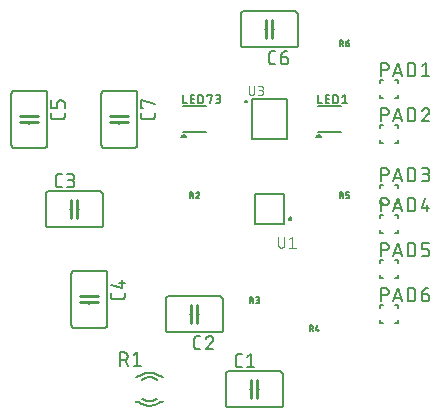
<source format=gbr>
G04 EAGLE Gerber RS-274X export*
G75*
%MOMM*%
%FSLAX34Y34*%
%LPD*%
%INSilkscreen Top*%
%IPPOS*%
%AMOC8*
5,1,8,0,0,1.08239X$1,22.5*%
G01*
%ADD10C,0.152400*%
%ADD11C,0.254000*%
%ADD12C,0.127000*%
%ADD13C,0.200000*%
%ADD14C,0.076200*%
%ADD15C,0.150000*%


D10*
X435610Y231140D02*
X478790Y231140D01*
X478790Y200660D02*
X435610Y200660D01*
X481330Y203200D02*
X481330Y228600D01*
X433070Y228600D02*
X433070Y203200D01*
X478790Y231140D02*
X478890Y231138D01*
X478989Y231132D01*
X479089Y231122D01*
X479187Y231109D01*
X479286Y231091D01*
X479383Y231070D01*
X479479Y231045D01*
X479575Y231016D01*
X479669Y230983D01*
X479762Y230947D01*
X479853Y230907D01*
X479943Y230863D01*
X480031Y230816D01*
X480117Y230766D01*
X480201Y230712D01*
X480283Y230655D01*
X480362Y230595D01*
X480440Y230531D01*
X480514Y230465D01*
X480586Y230396D01*
X480655Y230324D01*
X480721Y230250D01*
X480785Y230172D01*
X480845Y230093D01*
X480902Y230011D01*
X480956Y229927D01*
X481006Y229841D01*
X481053Y229753D01*
X481097Y229663D01*
X481137Y229572D01*
X481173Y229479D01*
X481206Y229385D01*
X481235Y229289D01*
X481260Y229193D01*
X481281Y229096D01*
X481299Y228997D01*
X481312Y228899D01*
X481322Y228799D01*
X481328Y228700D01*
X481330Y228600D01*
X435610Y231140D02*
X435510Y231138D01*
X435411Y231132D01*
X435311Y231122D01*
X435213Y231109D01*
X435114Y231091D01*
X435017Y231070D01*
X434921Y231045D01*
X434825Y231016D01*
X434731Y230983D01*
X434638Y230947D01*
X434547Y230907D01*
X434457Y230863D01*
X434369Y230816D01*
X434283Y230766D01*
X434199Y230712D01*
X434117Y230655D01*
X434038Y230595D01*
X433960Y230531D01*
X433886Y230465D01*
X433814Y230396D01*
X433745Y230324D01*
X433679Y230250D01*
X433615Y230172D01*
X433555Y230093D01*
X433498Y230011D01*
X433444Y229927D01*
X433394Y229841D01*
X433347Y229753D01*
X433303Y229663D01*
X433263Y229572D01*
X433227Y229479D01*
X433194Y229385D01*
X433165Y229289D01*
X433140Y229193D01*
X433119Y229096D01*
X433101Y228997D01*
X433088Y228899D01*
X433078Y228799D01*
X433072Y228700D01*
X433070Y228600D01*
X478790Y200660D02*
X478890Y200662D01*
X478989Y200668D01*
X479089Y200678D01*
X479187Y200691D01*
X479286Y200709D01*
X479383Y200730D01*
X479479Y200755D01*
X479575Y200784D01*
X479669Y200817D01*
X479762Y200853D01*
X479853Y200893D01*
X479943Y200937D01*
X480031Y200984D01*
X480117Y201034D01*
X480201Y201088D01*
X480283Y201145D01*
X480362Y201205D01*
X480440Y201269D01*
X480514Y201335D01*
X480586Y201404D01*
X480655Y201476D01*
X480721Y201550D01*
X480785Y201628D01*
X480845Y201707D01*
X480902Y201789D01*
X480956Y201873D01*
X481006Y201959D01*
X481053Y202047D01*
X481097Y202137D01*
X481137Y202228D01*
X481173Y202321D01*
X481206Y202415D01*
X481235Y202511D01*
X481260Y202607D01*
X481281Y202704D01*
X481299Y202803D01*
X481312Y202901D01*
X481322Y203001D01*
X481328Y203100D01*
X481330Y203200D01*
X435610Y200660D02*
X435510Y200662D01*
X435411Y200668D01*
X435311Y200678D01*
X435213Y200691D01*
X435114Y200709D01*
X435017Y200730D01*
X434921Y200755D01*
X434825Y200784D01*
X434731Y200817D01*
X434638Y200853D01*
X434547Y200893D01*
X434457Y200937D01*
X434369Y200984D01*
X434283Y201034D01*
X434199Y201088D01*
X434117Y201145D01*
X434038Y201205D01*
X433960Y201269D01*
X433886Y201335D01*
X433814Y201404D01*
X433745Y201476D01*
X433679Y201550D01*
X433615Y201628D01*
X433555Y201707D01*
X433498Y201789D01*
X433444Y201873D01*
X433394Y201959D01*
X433347Y202047D01*
X433303Y202137D01*
X433263Y202228D01*
X433227Y202321D01*
X433194Y202415D01*
X433165Y202511D01*
X433140Y202607D01*
X433119Y202704D01*
X433101Y202803D01*
X433088Y202901D01*
X433078Y203001D01*
X433072Y203100D01*
X433070Y203200D01*
X459740Y215900D02*
X461010Y215900D01*
D11*
X459740Y215900D02*
X459740Y223520D01*
X459740Y215900D02*
X459740Y208280D01*
X454660Y215900D02*
X454660Y223520D01*
X454660Y215900D02*
X454660Y208280D01*
D10*
X454660Y215900D02*
X453390Y215900D01*
D12*
X446405Y234315D02*
X443865Y234315D01*
X443765Y234317D01*
X443666Y234323D01*
X443566Y234333D01*
X443468Y234346D01*
X443369Y234364D01*
X443272Y234385D01*
X443176Y234410D01*
X443080Y234439D01*
X442986Y234472D01*
X442893Y234508D01*
X442802Y234548D01*
X442712Y234592D01*
X442624Y234639D01*
X442538Y234689D01*
X442454Y234743D01*
X442372Y234800D01*
X442293Y234860D01*
X442215Y234924D01*
X442141Y234990D01*
X442069Y235059D01*
X442000Y235131D01*
X441934Y235205D01*
X441870Y235283D01*
X441810Y235362D01*
X441753Y235444D01*
X441699Y235528D01*
X441649Y235614D01*
X441602Y235702D01*
X441558Y235792D01*
X441518Y235883D01*
X441482Y235976D01*
X441449Y236070D01*
X441420Y236166D01*
X441395Y236262D01*
X441374Y236359D01*
X441356Y236458D01*
X441343Y236556D01*
X441333Y236656D01*
X441327Y236755D01*
X441325Y236855D01*
X441325Y243205D01*
X441327Y243305D01*
X441333Y243404D01*
X441343Y243504D01*
X441356Y243602D01*
X441374Y243701D01*
X441395Y243798D01*
X441420Y243894D01*
X441449Y243990D01*
X441482Y244084D01*
X441518Y244177D01*
X441558Y244268D01*
X441602Y244358D01*
X441649Y244446D01*
X441699Y244532D01*
X441753Y244616D01*
X441810Y244698D01*
X441870Y244777D01*
X441934Y244855D01*
X442000Y244929D01*
X442069Y245001D01*
X442141Y245070D01*
X442215Y245136D01*
X442293Y245200D01*
X442372Y245260D01*
X442454Y245317D01*
X442538Y245371D01*
X442624Y245421D01*
X442712Y245468D01*
X442802Y245512D01*
X442893Y245552D01*
X442986Y245588D01*
X443080Y245621D01*
X443176Y245650D01*
X443272Y245675D01*
X443369Y245696D01*
X443468Y245714D01*
X443566Y245727D01*
X443666Y245737D01*
X443765Y245743D01*
X443865Y245745D01*
X446405Y245745D01*
X450887Y243205D02*
X454062Y245745D01*
X454062Y234315D01*
X450887Y234315D02*
X457237Y234315D01*
D10*
X427990Y264160D02*
X384810Y264160D01*
X384810Y294640D02*
X427990Y294640D01*
X382270Y292100D02*
X382270Y266700D01*
X430530Y266700D02*
X430530Y292100D01*
X384810Y264160D02*
X384710Y264162D01*
X384611Y264168D01*
X384511Y264178D01*
X384413Y264191D01*
X384314Y264209D01*
X384217Y264230D01*
X384121Y264255D01*
X384025Y264284D01*
X383931Y264317D01*
X383838Y264353D01*
X383747Y264393D01*
X383657Y264437D01*
X383569Y264484D01*
X383483Y264534D01*
X383399Y264588D01*
X383317Y264645D01*
X383238Y264705D01*
X383160Y264769D01*
X383086Y264835D01*
X383014Y264904D01*
X382945Y264976D01*
X382879Y265050D01*
X382815Y265128D01*
X382755Y265207D01*
X382698Y265289D01*
X382644Y265373D01*
X382594Y265459D01*
X382547Y265547D01*
X382503Y265637D01*
X382463Y265728D01*
X382427Y265821D01*
X382394Y265915D01*
X382365Y266011D01*
X382340Y266107D01*
X382319Y266204D01*
X382301Y266303D01*
X382288Y266401D01*
X382278Y266501D01*
X382272Y266600D01*
X382270Y266700D01*
X427990Y264160D02*
X428090Y264162D01*
X428189Y264168D01*
X428289Y264178D01*
X428387Y264191D01*
X428486Y264209D01*
X428583Y264230D01*
X428679Y264255D01*
X428775Y264284D01*
X428869Y264317D01*
X428962Y264353D01*
X429053Y264393D01*
X429143Y264437D01*
X429231Y264484D01*
X429317Y264534D01*
X429401Y264588D01*
X429483Y264645D01*
X429562Y264705D01*
X429640Y264769D01*
X429714Y264835D01*
X429786Y264904D01*
X429855Y264976D01*
X429921Y265050D01*
X429985Y265128D01*
X430045Y265207D01*
X430102Y265289D01*
X430156Y265373D01*
X430206Y265459D01*
X430253Y265547D01*
X430297Y265637D01*
X430337Y265728D01*
X430373Y265821D01*
X430406Y265915D01*
X430435Y266011D01*
X430460Y266107D01*
X430481Y266204D01*
X430499Y266303D01*
X430512Y266401D01*
X430522Y266501D01*
X430528Y266600D01*
X430530Y266700D01*
X384810Y294640D02*
X384710Y294638D01*
X384611Y294632D01*
X384511Y294622D01*
X384413Y294609D01*
X384314Y294591D01*
X384217Y294570D01*
X384121Y294545D01*
X384025Y294516D01*
X383931Y294483D01*
X383838Y294447D01*
X383747Y294407D01*
X383657Y294363D01*
X383569Y294316D01*
X383483Y294266D01*
X383399Y294212D01*
X383317Y294155D01*
X383238Y294095D01*
X383160Y294031D01*
X383086Y293965D01*
X383014Y293896D01*
X382945Y293824D01*
X382879Y293750D01*
X382815Y293672D01*
X382755Y293593D01*
X382698Y293511D01*
X382644Y293427D01*
X382594Y293341D01*
X382547Y293253D01*
X382503Y293163D01*
X382463Y293072D01*
X382427Y292979D01*
X382394Y292885D01*
X382365Y292789D01*
X382340Y292693D01*
X382319Y292596D01*
X382301Y292497D01*
X382288Y292399D01*
X382278Y292299D01*
X382272Y292200D01*
X382270Y292100D01*
X427990Y294640D02*
X428090Y294638D01*
X428189Y294632D01*
X428289Y294622D01*
X428387Y294609D01*
X428486Y294591D01*
X428583Y294570D01*
X428679Y294545D01*
X428775Y294516D01*
X428869Y294483D01*
X428962Y294447D01*
X429053Y294407D01*
X429143Y294363D01*
X429231Y294316D01*
X429317Y294266D01*
X429401Y294212D01*
X429483Y294155D01*
X429562Y294095D01*
X429640Y294031D01*
X429714Y293965D01*
X429786Y293896D01*
X429855Y293824D01*
X429921Y293750D01*
X429985Y293672D01*
X430045Y293593D01*
X430102Y293511D01*
X430156Y293427D01*
X430206Y293341D01*
X430253Y293253D01*
X430297Y293163D01*
X430337Y293072D01*
X430373Y292979D01*
X430406Y292885D01*
X430435Y292789D01*
X430460Y292693D01*
X430481Y292596D01*
X430499Y292497D01*
X430512Y292399D01*
X430522Y292299D01*
X430528Y292200D01*
X430530Y292100D01*
X403860Y279400D02*
X402590Y279400D01*
D11*
X403860Y279400D02*
X403860Y271780D01*
X403860Y279400D02*
X403860Y287020D01*
X408940Y279400D02*
X408940Y271780D01*
X408940Y279400D02*
X408940Y287020D01*
D10*
X408940Y279400D02*
X410210Y279400D01*
D12*
X411443Y249555D02*
X408903Y249555D01*
X408803Y249557D01*
X408704Y249563D01*
X408604Y249573D01*
X408506Y249586D01*
X408407Y249604D01*
X408310Y249625D01*
X408214Y249650D01*
X408118Y249679D01*
X408024Y249712D01*
X407931Y249748D01*
X407840Y249788D01*
X407750Y249832D01*
X407662Y249879D01*
X407576Y249929D01*
X407492Y249983D01*
X407410Y250040D01*
X407331Y250100D01*
X407253Y250164D01*
X407179Y250230D01*
X407107Y250299D01*
X407038Y250371D01*
X406972Y250445D01*
X406908Y250523D01*
X406848Y250602D01*
X406791Y250684D01*
X406737Y250768D01*
X406687Y250854D01*
X406640Y250942D01*
X406596Y251032D01*
X406556Y251123D01*
X406520Y251216D01*
X406487Y251310D01*
X406458Y251406D01*
X406433Y251502D01*
X406412Y251599D01*
X406394Y251698D01*
X406381Y251796D01*
X406371Y251896D01*
X406365Y251995D01*
X406363Y252095D01*
X406363Y258445D01*
X406365Y258545D01*
X406371Y258644D01*
X406381Y258744D01*
X406394Y258842D01*
X406412Y258941D01*
X406433Y259038D01*
X406458Y259134D01*
X406487Y259230D01*
X406520Y259324D01*
X406556Y259417D01*
X406596Y259508D01*
X406640Y259598D01*
X406687Y259686D01*
X406737Y259772D01*
X406791Y259856D01*
X406848Y259938D01*
X406908Y260017D01*
X406972Y260095D01*
X407038Y260169D01*
X407107Y260241D01*
X407179Y260310D01*
X407253Y260376D01*
X407331Y260440D01*
X407410Y260500D01*
X407492Y260557D01*
X407576Y260611D01*
X407662Y260661D01*
X407750Y260708D01*
X407840Y260752D01*
X407931Y260792D01*
X408024Y260828D01*
X408118Y260861D01*
X408214Y260890D01*
X408310Y260915D01*
X408407Y260936D01*
X408506Y260954D01*
X408604Y260967D01*
X408704Y260977D01*
X408803Y260983D01*
X408903Y260985D01*
X411443Y260985D01*
X419418Y260986D02*
X419522Y260984D01*
X419627Y260978D01*
X419731Y260969D01*
X419834Y260956D01*
X419937Y260938D01*
X420039Y260918D01*
X420141Y260893D01*
X420241Y260865D01*
X420341Y260833D01*
X420439Y260797D01*
X420536Y260758D01*
X420631Y260716D01*
X420725Y260670D01*
X420817Y260620D01*
X420907Y260568D01*
X420995Y260512D01*
X421081Y260452D01*
X421165Y260390D01*
X421246Y260325D01*
X421325Y260257D01*
X421402Y260185D01*
X421475Y260112D01*
X421547Y260035D01*
X421615Y259956D01*
X421680Y259875D01*
X421742Y259791D01*
X421802Y259705D01*
X421858Y259617D01*
X421910Y259527D01*
X421960Y259435D01*
X422006Y259341D01*
X422048Y259246D01*
X422087Y259149D01*
X422123Y259051D01*
X422155Y258951D01*
X422183Y258851D01*
X422208Y258749D01*
X422228Y258647D01*
X422246Y258544D01*
X422259Y258441D01*
X422268Y258337D01*
X422274Y258232D01*
X422276Y258128D01*
X419418Y260985D02*
X419300Y260983D01*
X419181Y260977D01*
X419063Y260968D01*
X418946Y260955D01*
X418829Y260937D01*
X418712Y260917D01*
X418596Y260892D01*
X418481Y260864D01*
X418368Y260831D01*
X418255Y260796D01*
X418143Y260756D01*
X418033Y260714D01*
X417924Y260667D01*
X417816Y260617D01*
X417711Y260564D01*
X417607Y260507D01*
X417505Y260447D01*
X417405Y260384D01*
X417307Y260317D01*
X417211Y260248D01*
X417118Y260175D01*
X417027Y260099D01*
X416938Y260021D01*
X416852Y259939D01*
X416769Y259855D01*
X416688Y259769D01*
X416611Y259679D01*
X416536Y259588D01*
X416464Y259494D01*
X416395Y259397D01*
X416330Y259299D01*
X416267Y259198D01*
X416208Y259095D01*
X416152Y258991D01*
X416100Y258885D01*
X416051Y258777D01*
X416006Y258668D01*
X415964Y258557D01*
X415926Y258445D01*
X421323Y255906D02*
X421399Y255981D01*
X421474Y256060D01*
X421545Y256141D01*
X421614Y256225D01*
X421679Y256311D01*
X421741Y256399D01*
X421801Y256489D01*
X421857Y256581D01*
X421910Y256676D01*
X421959Y256772D01*
X422005Y256870D01*
X422048Y256969D01*
X422087Y257070D01*
X422122Y257172D01*
X422154Y257275D01*
X422182Y257379D01*
X422207Y257484D01*
X422228Y257591D01*
X422245Y257697D01*
X422258Y257804D01*
X422267Y257912D01*
X422273Y258020D01*
X422275Y258128D01*
X421323Y255905D02*
X415925Y249555D01*
X422275Y249555D01*
D10*
X326390Y383540D02*
X283210Y383540D01*
X283210Y353060D02*
X326390Y353060D01*
X328930Y355600D02*
X328930Y381000D01*
X280670Y381000D02*
X280670Y355600D01*
X326390Y383540D02*
X326490Y383538D01*
X326589Y383532D01*
X326689Y383522D01*
X326787Y383509D01*
X326886Y383491D01*
X326983Y383470D01*
X327079Y383445D01*
X327175Y383416D01*
X327269Y383383D01*
X327362Y383347D01*
X327453Y383307D01*
X327543Y383263D01*
X327631Y383216D01*
X327717Y383166D01*
X327801Y383112D01*
X327883Y383055D01*
X327962Y382995D01*
X328040Y382931D01*
X328114Y382865D01*
X328186Y382796D01*
X328255Y382724D01*
X328321Y382650D01*
X328385Y382572D01*
X328445Y382493D01*
X328502Y382411D01*
X328556Y382327D01*
X328606Y382241D01*
X328653Y382153D01*
X328697Y382063D01*
X328737Y381972D01*
X328773Y381879D01*
X328806Y381785D01*
X328835Y381689D01*
X328860Y381593D01*
X328881Y381496D01*
X328899Y381397D01*
X328912Y381299D01*
X328922Y381199D01*
X328928Y381100D01*
X328930Y381000D01*
X283210Y383540D02*
X283110Y383538D01*
X283011Y383532D01*
X282911Y383522D01*
X282813Y383509D01*
X282714Y383491D01*
X282617Y383470D01*
X282521Y383445D01*
X282425Y383416D01*
X282331Y383383D01*
X282238Y383347D01*
X282147Y383307D01*
X282057Y383263D01*
X281969Y383216D01*
X281883Y383166D01*
X281799Y383112D01*
X281717Y383055D01*
X281638Y382995D01*
X281560Y382931D01*
X281486Y382865D01*
X281414Y382796D01*
X281345Y382724D01*
X281279Y382650D01*
X281215Y382572D01*
X281155Y382493D01*
X281098Y382411D01*
X281044Y382327D01*
X280994Y382241D01*
X280947Y382153D01*
X280903Y382063D01*
X280863Y381972D01*
X280827Y381879D01*
X280794Y381785D01*
X280765Y381689D01*
X280740Y381593D01*
X280719Y381496D01*
X280701Y381397D01*
X280688Y381299D01*
X280678Y381199D01*
X280672Y381100D01*
X280670Y381000D01*
X326390Y353060D02*
X326490Y353062D01*
X326589Y353068D01*
X326689Y353078D01*
X326787Y353091D01*
X326886Y353109D01*
X326983Y353130D01*
X327079Y353155D01*
X327175Y353184D01*
X327269Y353217D01*
X327362Y353253D01*
X327453Y353293D01*
X327543Y353337D01*
X327631Y353384D01*
X327717Y353434D01*
X327801Y353488D01*
X327883Y353545D01*
X327962Y353605D01*
X328040Y353669D01*
X328114Y353735D01*
X328186Y353804D01*
X328255Y353876D01*
X328321Y353950D01*
X328385Y354028D01*
X328445Y354107D01*
X328502Y354189D01*
X328556Y354273D01*
X328606Y354359D01*
X328653Y354447D01*
X328697Y354537D01*
X328737Y354628D01*
X328773Y354721D01*
X328806Y354815D01*
X328835Y354911D01*
X328860Y355007D01*
X328881Y355104D01*
X328899Y355203D01*
X328912Y355301D01*
X328922Y355401D01*
X328928Y355500D01*
X328930Y355600D01*
X283210Y353060D02*
X283110Y353062D01*
X283011Y353068D01*
X282911Y353078D01*
X282813Y353091D01*
X282714Y353109D01*
X282617Y353130D01*
X282521Y353155D01*
X282425Y353184D01*
X282331Y353217D01*
X282238Y353253D01*
X282147Y353293D01*
X282057Y353337D01*
X281969Y353384D01*
X281883Y353434D01*
X281799Y353488D01*
X281717Y353545D01*
X281638Y353605D01*
X281560Y353669D01*
X281486Y353735D01*
X281414Y353804D01*
X281345Y353876D01*
X281279Y353950D01*
X281215Y354028D01*
X281155Y354107D01*
X281098Y354189D01*
X281044Y354273D01*
X280994Y354359D01*
X280947Y354447D01*
X280903Y354537D01*
X280863Y354628D01*
X280827Y354721D01*
X280794Y354815D01*
X280765Y354911D01*
X280740Y355007D01*
X280719Y355104D01*
X280701Y355203D01*
X280688Y355301D01*
X280678Y355401D01*
X280672Y355500D01*
X280670Y355600D01*
X307340Y368300D02*
X308610Y368300D01*
D11*
X307340Y368300D02*
X307340Y375920D01*
X307340Y368300D02*
X307340Y360680D01*
X302260Y368300D02*
X302260Y375920D01*
X302260Y368300D02*
X302260Y360680D01*
D10*
X302260Y368300D02*
X300990Y368300D01*
D12*
X294005Y386715D02*
X291465Y386715D01*
X291365Y386717D01*
X291266Y386723D01*
X291166Y386733D01*
X291068Y386746D01*
X290969Y386764D01*
X290872Y386785D01*
X290776Y386810D01*
X290680Y386839D01*
X290586Y386872D01*
X290493Y386908D01*
X290402Y386948D01*
X290312Y386992D01*
X290224Y387039D01*
X290138Y387089D01*
X290054Y387143D01*
X289972Y387200D01*
X289893Y387260D01*
X289815Y387324D01*
X289741Y387390D01*
X289669Y387459D01*
X289600Y387531D01*
X289534Y387605D01*
X289470Y387683D01*
X289410Y387762D01*
X289353Y387844D01*
X289299Y387928D01*
X289249Y388014D01*
X289202Y388102D01*
X289158Y388192D01*
X289118Y388283D01*
X289082Y388376D01*
X289049Y388470D01*
X289020Y388566D01*
X288995Y388662D01*
X288974Y388759D01*
X288956Y388858D01*
X288943Y388956D01*
X288933Y389056D01*
X288927Y389155D01*
X288925Y389255D01*
X288925Y395605D01*
X288927Y395705D01*
X288933Y395804D01*
X288943Y395904D01*
X288956Y396002D01*
X288974Y396101D01*
X288995Y396198D01*
X289020Y396294D01*
X289049Y396390D01*
X289082Y396484D01*
X289118Y396577D01*
X289158Y396668D01*
X289202Y396758D01*
X289249Y396846D01*
X289299Y396932D01*
X289353Y397016D01*
X289410Y397098D01*
X289470Y397177D01*
X289534Y397255D01*
X289600Y397329D01*
X289669Y397401D01*
X289741Y397470D01*
X289815Y397536D01*
X289893Y397600D01*
X289972Y397660D01*
X290054Y397717D01*
X290138Y397771D01*
X290224Y397821D01*
X290312Y397868D01*
X290402Y397912D01*
X290493Y397952D01*
X290586Y397988D01*
X290680Y398021D01*
X290776Y398050D01*
X290872Y398075D01*
X290969Y398096D01*
X291068Y398114D01*
X291166Y398127D01*
X291266Y398137D01*
X291365Y398143D01*
X291465Y398145D01*
X294005Y398145D01*
X298487Y386715D02*
X301662Y386715D01*
X301773Y386717D01*
X301883Y386723D01*
X301994Y386732D01*
X302104Y386746D01*
X302213Y386763D01*
X302322Y386784D01*
X302430Y386809D01*
X302537Y386838D01*
X302643Y386870D01*
X302748Y386906D01*
X302851Y386946D01*
X302953Y386989D01*
X303054Y387036D01*
X303153Y387087D01*
X303250Y387140D01*
X303344Y387197D01*
X303437Y387258D01*
X303528Y387321D01*
X303617Y387388D01*
X303703Y387458D01*
X303786Y387531D01*
X303868Y387606D01*
X303946Y387684D01*
X304021Y387766D01*
X304094Y387849D01*
X304164Y387935D01*
X304231Y388024D01*
X304294Y388115D01*
X304355Y388208D01*
X304412Y388302D01*
X304465Y388399D01*
X304516Y388498D01*
X304563Y388599D01*
X304606Y388701D01*
X304646Y388804D01*
X304682Y388909D01*
X304714Y389015D01*
X304743Y389122D01*
X304768Y389230D01*
X304789Y389339D01*
X304806Y389448D01*
X304820Y389558D01*
X304829Y389669D01*
X304835Y389779D01*
X304837Y389890D01*
X304835Y390001D01*
X304829Y390111D01*
X304820Y390222D01*
X304806Y390332D01*
X304789Y390441D01*
X304768Y390550D01*
X304743Y390658D01*
X304714Y390765D01*
X304682Y390871D01*
X304646Y390976D01*
X304606Y391079D01*
X304563Y391181D01*
X304516Y391282D01*
X304465Y391381D01*
X304412Y391477D01*
X304355Y391572D01*
X304294Y391665D01*
X304231Y391756D01*
X304164Y391845D01*
X304094Y391931D01*
X304021Y392014D01*
X303946Y392096D01*
X303868Y392174D01*
X303786Y392249D01*
X303703Y392322D01*
X303617Y392392D01*
X303528Y392459D01*
X303437Y392522D01*
X303344Y392583D01*
X303250Y392640D01*
X303153Y392693D01*
X303054Y392744D01*
X302953Y392791D01*
X302851Y392834D01*
X302748Y392874D01*
X302643Y392910D01*
X302537Y392942D01*
X302430Y392971D01*
X302322Y392996D01*
X302213Y393017D01*
X302104Y393034D01*
X301994Y393048D01*
X301883Y393057D01*
X301773Y393063D01*
X301662Y393065D01*
X302297Y398145D02*
X298487Y398145D01*
X302297Y398145D02*
X302397Y398143D01*
X302496Y398137D01*
X302596Y398127D01*
X302694Y398114D01*
X302793Y398096D01*
X302890Y398075D01*
X302986Y398050D01*
X303082Y398021D01*
X303176Y397988D01*
X303269Y397952D01*
X303360Y397912D01*
X303450Y397868D01*
X303538Y397821D01*
X303624Y397771D01*
X303708Y397717D01*
X303790Y397660D01*
X303869Y397600D01*
X303947Y397536D01*
X304021Y397470D01*
X304093Y397401D01*
X304162Y397329D01*
X304228Y397255D01*
X304292Y397177D01*
X304352Y397098D01*
X304409Y397016D01*
X304463Y396932D01*
X304513Y396846D01*
X304560Y396758D01*
X304604Y396668D01*
X304644Y396577D01*
X304680Y396484D01*
X304713Y396390D01*
X304742Y396294D01*
X304767Y396198D01*
X304788Y396101D01*
X304806Y396002D01*
X304819Y395904D01*
X304829Y395804D01*
X304835Y395705D01*
X304837Y395605D01*
X304835Y395505D01*
X304829Y395406D01*
X304819Y395306D01*
X304806Y395208D01*
X304788Y395109D01*
X304767Y395012D01*
X304742Y394916D01*
X304713Y394820D01*
X304680Y394726D01*
X304644Y394633D01*
X304604Y394542D01*
X304560Y394452D01*
X304513Y394364D01*
X304463Y394278D01*
X304409Y394194D01*
X304352Y394112D01*
X304292Y394033D01*
X304228Y393955D01*
X304162Y393881D01*
X304093Y393809D01*
X304021Y393740D01*
X303947Y393674D01*
X303869Y393610D01*
X303790Y393550D01*
X303708Y393493D01*
X303624Y393439D01*
X303538Y393389D01*
X303450Y393342D01*
X303360Y393298D01*
X303269Y393258D01*
X303176Y393222D01*
X303082Y393189D01*
X302986Y393160D01*
X302890Y393135D01*
X302793Y393114D01*
X302694Y393096D01*
X302596Y393083D01*
X302496Y393073D01*
X302397Y393067D01*
X302297Y393065D01*
X299757Y393065D01*
D10*
X332740Y313690D02*
X332740Y270510D01*
X302260Y270510D02*
X302260Y313690D01*
X304800Y267970D02*
X330200Y267970D01*
X330200Y316230D02*
X304800Y316230D01*
X332740Y270510D02*
X332738Y270410D01*
X332732Y270311D01*
X332722Y270211D01*
X332709Y270113D01*
X332691Y270014D01*
X332670Y269917D01*
X332645Y269821D01*
X332616Y269725D01*
X332583Y269631D01*
X332547Y269538D01*
X332507Y269447D01*
X332463Y269357D01*
X332416Y269269D01*
X332366Y269183D01*
X332312Y269099D01*
X332255Y269017D01*
X332195Y268938D01*
X332131Y268860D01*
X332065Y268786D01*
X331996Y268714D01*
X331924Y268645D01*
X331850Y268579D01*
X331772Y268515D01*
X331693Y268455D01*
X331611Y268398D01*
X331527Y268344D01*
X331441Y268294D01*
X331353Y268247D01*
X331263Y268203D01*
X331172Y268163D01*
X331079Y268127D01*
X330985Y268094D01*
X330889Y268065D01*
X330793Y268040D01*
X330696Y268019D01*
X330597Y268001D01*
X330499Y267988D01*
X330399Y267978D01*
X330300Y267972D01*
X330200Y267970D01*
X332740Y313690D02*
X332738Y313790D01*
X332732Y313889D01*
X332722Y313989D01*
X332709Y314087D01*
X332691Y314186D01*
X332670Y314283D01*
X332645Y314379D01*
X332616Y314475D01*
X332583Y314569D01*
X332547Y314662D01*
X332507Y314753D01*
X332463Y314843D01*
X332416Y314931D01*
X332366Y315017D01*
X332312Y315101D01*
X332255Y315183D01*
X332195Y315262D01*
X332131Y315340D01*
X332065Y315414D01*
X331996Y315486D01*
X331924Y315555D01*
X331850Y315621D01*
X331772Y315685D01*
X331693Y315745D01*
X331611Y315802D01*
X331527Y315856D01*
X331441Y315906D01*
X331353Y315953D01*
X331263Y315997D01*
X331172Y316037D01*
X331079Y316073D01*
X330985Y316106D01*
X330889Y316135D01*
X330793Y316160D01*
X330696Y316181D01*
X330597Y316199D01*
X330499Y316212D01*
X330399Y316222D01*
X330300Y316228D01*
X330200Y316230D01*
X302260Y270510D02*
X302262Y270410D01*
X302268Y270311D01*
X302278Y270211D01*
X302291Y270113D01*
X302309Y270014D01*
X302330Y269917D01*
X302355Y269821D01*
X302384Y269725D01*
X302417Y269631D01*
X302453Y269538D01*
X302493Y269447D01*
X302537Y269357D01*
X302584Y269269D01*
X302634Y269183D01*
X302688Y269099D01*
X302745Y269017D01*
X302805Y268938D01*
X302869Y268860D01*
X302935Y268786D01*
X303004Y268714D01*
X303076Y268645D01*
X303150Y268579D01*
X303228Y268515D01*
X303307Y268455D01*
X303389Y268398D01*
X303473Y268344D01*
X303559Y268294D01*
X303647Y268247D01*
X303737Y268203D01*
X303828Y268163D01*
X303921Y268127D01*
X304015Y268094D01*
X304111Y268065D01*
X304207Y268040D01*
X304304Y268019D01*
X304403Y268001D01*
X304501Y267988D01*
X304601Y267978D01*
X304700Y267972D01*
X304800Y267970D01*
X302260Y313690D02*
X302262Y313790D01*
X302268Y313889D01*
X302278Y313989D01*
X302291Y314087D01*
X302309Y314186D01*
X302330Y314283D01*
X302355Y314379D01*
X302384Y314475D01*
X302417Y314569D01*
X302453Y314662D01*
X302493Y314753D01*
X302537Y314843D01*
X302584Y314931D01*
X302634Y315017D01*
X302688Y315101D01*
X302745Y315183D01*
X302805Y315262D01*
X302869Y315340D01*
X302935Y315414D01*
X303004Y315486D01*
X303076Y315555D01*
X303150Y315621D01*
X303228Y315685D01*
X303307Y315745D01*
X303389Y315802D01*
X303473Y315856D01*
X303559Y315906D01*
X303647Y315953D01*
X303737Y315997D01*
X303828Y316037D01*
X303921Y316073D01*
X304015Y316106D01*
X304111Y316135D01*
X304207Y316160D01*
X304304Y316181D01*
X304403Y316199D01*
X304501Y316212D01*
X304601Y316222D01*
X304700Y316228D01*
X304800Y316230D01*
X317500Y289560D02*
X317500Y288290D01*
D11*
X317500Y289560D02*
X325120Y289560D01*
X317500Y289560D02*
X309880Y289560D01*
X317500Y294640D02*
X325120Y294640D01*
X317500Y294640D02*
X309880Y294640D01*
D10*
X317500Y294640D02*
X317500Y295910D01*
D12*
X347345Y297143D02*
X347345Y294603D01*
X347343Y294503D01*
X347337Y294404D01*
X347327Y294304D01*
X347314Y294206D01*
X347296Y294107D01*
X347275Y294010D01*
X347250Y293914D01*
X347221Y293818D01*
X347188Y293724D01*
X347152Y293631D01*
X347112Y293540D01*
X347068Y293450D01*
X347021Y293362D01*
X346971Y293276D01*
X346917Y293192D01*
X346860Y293110D01*
X346800Y293031D01*
X346736Y292953D01*
X346670Y292879D01*
X346601Y292807D01*
X346529Y292738D01*
X346455Y292672D01*
X346377Y292608D01*
X346298Y292548D01*
X346216Y292491D01*
X346132Y292437D01*
X346046Y292387D01*
X345958Y292340D01*
X345868Y292296D01*
X345777Y292256D01*
X345684Y292220D01*
X345590Y292187D01*
X345494Y292158D01*
X345398Y292133D01*
X345301Y292112D01*
X345202Y292094D01*
X345104Y292081D01*
X345004Y292071D01*
X344905Y292065D01*
X344805Y292063D01*
X338455Y292063D01*
X338355Y292065D01*
X338256Y292071D01*
X338156Y292081D01*
X338058Y292094D01*
X337959Y292112D01*
X337862Y292133D01*
X337766Y292158D01*
X337670Y292187D01*
X337576Y292220D01*
X337483Y292256D01*
X337392Y292296D01*
X337302Y292340D01*
X337214Y292387D01*
X337128Y292437D01*
X337044Y292491D01*
X336962Y292548D01*
X336883Y292608D01*
X336805Y292672D01*
X336731Y292738D01*
X336659Y292807D01*
X336590Y292879D01*
X336524Y292953D01*
X336460Y293031D01*
X336400Y293110D01*
X336343Y293192D01*
X336289Y293276D01*
X336239Y293362D01*
X336192Y293450D01*
X336148Y293540D01*
X336108Y293631D01*
X336072Y293724D01*
X336039Y293818D01*
X336010Y293914D01*
X335985Y294010D01*
X335964Y294107D01*
X335946Y294206D01*
X335933Y294304D01*
X335923Y294404D01*
X335917Y294503D01*
X335915Y294603D01*
X335915Y297143D01*
X335915Y304165D02*
X344805Y301625D01*
X344805Y307975D01*
X342265Y306070D02*
X347345Y306070D01*
D10*
X281940Y422910D02*
X281940Y466090D01*
X251460Y466090D02*
X251460Y422910D01*
X254000Y420370D02*
X279400Y420370D01*
X279400Y468630D02*
X254000Y468630D01*
X281940Y422910D02*
X281938Y422810D01*
X281932Y422711D01*
X281922Y422611D01*
X281909Y422513D01*
X281891Y422414D01*
X281870Y422317D01*
X281845Y422221D01*
X281816Y422125D01*
X281783Y422031D01*
X281747Y421938D01*
X281707Y421847D01*
X281663Y421757D01*
X281616Y421669D01*
X281566Y421583D01*
X281512Y421499D01*
X281455Y421417D01*
X281395Y421338D01*
X281331Y421260D01*
X281265Y421186D01*
X281196Y421114D01*
X281124Y421045D01*
X281050Y420979D01*
X280972Y420915D01*
X280893Y420855D01*
X280811Y420798D01*
X280727Y420744D01*
X280641Y420694D01*
X280553Y420647D01*
X280463Y420603D01*
X280372Y420563D01*
X280279Y420527D01*
X280185Y420494D01*
X280089Y420465D01*
X279993Y420440D01*
X279896Y420419D01*
X279797Y420401D01*
X279699Y420388D01*
X279599Y420378D01*
X279500Y420372D01*
X279400Y420370D01*
X281940Y466090D02*
X281938Y466190D01*
X281932Y466289D01*
X281922Y466389D01*
X281909Y466487D01*
X281891Y466586D01*
X281870Y466683D01*
X281845Y466779D01*
X281816Y466875D01*
X281783Y466969D01*
X281747Y467062D01*
X281707Y467153D01*
X281663Y467243D01*
X281616Y467331D01*
X281566Y467417D01*
X281512Y467501D01*
X281455Y467583D01*
X281395Y467662D01*
X281331Y467740D01*
X281265Y467814D01*
X281196Y467886D01*
X281124Y467955D01*
X281050Y468021D01*
X280972Y468085D01*
X280893Y468145D01*
X280811Y468202D01*
X280727Y468256D01*
X280641Y468306D01*
X280553Y468353D01*
X280463Y468397D01*
X280372Y468437D01*
X280279Y468473D01*
X280185Y468506D01*
X280089Y468535D01*
X279993Y468560D01*
X279896Y468581D01*
X279797Y468599D01*
X279699Y468612D01*
X279599Y468622D01*
X279500Y468628D01*
X279400Y468630D01*
X251460Y422910D02*
X251462Y422810D01*
X251468Y422711D01*
X251478Y422611D01*
X251491Y422513D01*
X251509Y422414D01*
X251530Y422317D01*
X251555Y422221D01*
X251584Y422125D01*
X251617Y422031D01*
X251653Y421938D01*
X251693Y421847D01*
X251737Y421757D01*
X251784Y421669D01*
X251834Y421583D01*
X251888Y421499D01*
X251945Y421417D01*
X252005Y421338D01*
X252069Y421260D01*
X252135Y421186D01*
X252204Y421114D01*
X252276Y421045D01*
X252350Y420979D01*
X252428Y420915D01*
X252507Y420855D01*
X252589Y420798D01*
X252673Y420744D01*
X252759Y420694D01*
X252847Y420647D01*
X252937Y420603D01*
X253028Y420563D01*
X253121Y420527D01*
X253215Y420494D01*
X253311Y420465D01*
X253407Y420440D01*
X253504Y420419D01*
X253603Y420401D01*
X253701Y420388D01*
X253801Y420378D01*
X253900Y420372D01*
X254000Y420370D01*
X251460Y466090D02*
X251462Y466190D01*
X251468Y466289D01*
X251478Y466389D01*
X251491Y466487D01*
X251509Y466586D01*
X251530Y466683D01*
X251555Y466779D01*
X251584Y466875D01*
X251617Y466969D01*
X251653Y467062D01*
X251693Y467153D01*
X251737Y467243D01*
X251784Y467331D01*
X251834Y467417D01*
X251888Y467501D01*
X251945Y467583D01*
X252005Y467662D01*
X252069Y467740D01*
X252135Y467814D01*
X252204Y467886D01*
X252276Y467955D01*
X252350Y468021D01*
X252428Y468085D01*
X252507Y468145D01*
X252589Y468202D01*
X252673Y468256D01*
X252759Y468306D01*
X252847Y468353D01*
X252937Y468397D01*
X253028Y468437D01*
X253121Y468473D01*
X253215Y468506D01*
X253311Y468535D01*
X253407Y468560D01*
X253504Y468581D01*
X253603Y468599D01*
X253701Y468612D01*
X253801Y468622D01*
X253900Y468628D01*
X254000Y468630D01*
X266700Y441960D02*
X266700Y440690D01*
D11*
X266700Y441960D02*
X274320Y441960D01*
X266700Y441960D02*
X259080Y441960D01*
X266700Y447040D02*
X274320Y447040D01*
X266700Y447040D02*
X259080Y447040D01*
D10*
X266700Y447040D02*
X266700Y448310D01*
D12*
X296545Y449543D02*
X296545Y447003D01*
X296543Y446903D01*
X296537Y446804D01*
X296527Y446704D01*
X296514Y446606D01*
X296496Y446507D01*
X296475Y446410D01*
X296450Y446314D01*
X296421Y446218D01*
X296388Y446124D01*
X296352Y446031D01*
X296312Y445940D01*
X296268Y445850D01*
X296221Y445762D01*
X296171Y445676D01*
X296117Y445592D01*
X296060Y445510D01*
X296000Y445431D01*
X295936Y445353D01*
X295870Y445279D01*
X295801Y445207D01*
X295729Y445138D01*
X295655Y445072D01*
X295577Y445008D01*
X295498Y444948D01*
X295416Y444891D01*
X295332Y444837D01*
X295246Y444787D01*
X295158Y444740D01*
X295068Y444696D01*
X294977Y444656D01*
X294884Y444620D01*
X294790Y444587D01*
X294694Y444558D01*
X294598Y444533D01*
X294501Y444512D01*
X294402Y444494D01*
X294304Y444481D01*
X294204Y444471D01*
X294105Y444465D01*
X294005Y444463D01*
X287655Y444463D01*
X287555Y444465D01*
X287456Y444471D01*
X287356Y444481D01*
X287258Y444494D01*
X287159Y444512D01*
X287062Y444533D01*
X286966Y444558D01*
X286870Y444587D01*
X286776Y444620D01*
X286683Y444656D01*
X286592Y444696D01*
X286502Y444740D01*
X286414Y444787D01*
X286328Y444837D01*
X286244Y444891D01*
X286162Y444948D01*
X286083Y445008D01*
X286005Y445072D01*
X285931Y445138D01*
X285859Y445207D01*
X285790Y445279D01*
X285724Y445353D01*
X285660Y445431D01*
X285600Y445510D01*
X285543Y445592D01*
X285489Y445676D01*
X285439Y445762D01*
X285392Y445850D01*
X285348Y445940D01*
X285308Y446031D01*
X285272Y446124D01*
X285239Y446218D01*
X285210Y446314D01*
X285185Y446410D01*
X285164Y446507D01*
X285146Y446606D01*
X285133Y446704D01*
X285123Y446804D01*
X285117Y446903D01*
X285115Y447003D01*
X285115Y449543D01*
X296545Y454025D02*
X296545Y457835D01*
X296543Y457935D01*
X296537Y458034D01*
X296527Y458134D01*
X296514Y458232D01*
X296496Y458331D01*
X296475Y458428D01*
X296450Y458524D01*
X296421Y458620D01*
X296388Y458714D01*
X296352Y458807D01*
X296312Y458898D01*
X296268Y458988D01*
X296221Y459076D01*
X296171Y459162D01*
X296117Y459246D01*
X296060Y459328D01*
X296000Y459407D01*
X295936Y459485D01*
X295870Y459559D01*
X295801Y459631D01*
X295729Y459700D01*
X295655Y459766D01*
X295577Y459830D01*
X295498Y459890D01*
X295416Y459947D01*
X295332Y460001D01*
X295246Y460051D01*
X295158Y460098D01*
X295068Y460142D01*
X294977Y460182D01*
X294884Y460218D01*
X294790Y460251D01*
X294694Y460280D01*
X294598Y460305D01*
X294501Y460326D01*
X294402Y460344D01*
X294304Y460357D01*
X294204Y460367D01*
X294105Y460373D01*
X294005Y460375D01*
X292735Y460375D01*
X292635Y460373D01*
X292536Y460367D01*
X292436Y460357D01*
X292338Y460344D01*
X292239Y460326D01*
X292142Y460305D01*
X292046Y460280D01*
X291950Y460251D01*
X291856Y460218D01*
X291763Y460182D01*
X291672Y460142D01*
X291582Y460098D01*
X291494Y460051D01*
X291408Y460001D01*
X291324Y459947D01*
X291242Y459890D01*
X291163Y459830D01*
X291085Y459766D01*
X291011Y459700D01*
X290939Y459631D01*
X290870Y459559D01*
X290804Y459485D01*
X290740Y459407D01*
X290680Y459328D01*
X290623Y459246D01*
X290569Y459162D01*
X290519Y459076D01*
X290472Y458988D01*
X290428Y458898D01*
X290388Y458807D01*
X290352Y458714D01*
X290319Y458620D01*
X290290Y458524D01*
X290265Y458428D01*
X290244Y458331D01*
X290226Y458232D01*
X290213Y458134D01*
X290203Y458034D01*
X290197Y457935D01*
X290195Y457835D01*
X290195Y454025D01*
X285115Y454025D01*
X285115Y460375D01*
D10*
X448310Y505460D02*
X491490Y505460D01*
X491490Y535940D02*
X448310Y535940D01*
X445770Y533400D02*
X445770Y508000D01*
X494030Y508000D02*
X494030Y533400D01*
X448310Y505460D02*
X448210Y505462D01*
X448111Y505468D01*
X448011Y505478D01*
X447913Y505491D01*
X447814Y505509D01*
X447717Y505530D01*
X447621Y505555D01*
X447525Y505584D01*
X447431Y505617D01*
X447338Y505653D01*
X447247Y505693D01*
X447157Y505737D01*
X447069Y505784D01*
X446983Y505834D01*
X446899Y505888D01*
X446817Y505945D01*
X446738Y506005D01*
X446660Y506069D01*
X446586Y506135D01*
X446514Y506204D01*
X446445Y506276D01*
X446379Y506350D01*
X446315Y506428D01*
X446255Y506507D01*
X446198Y506589D01*
X446144Y506673D01*
X446094Y506759D01*
X446047Y506847D01*
X446003Y506937D01*
X445963Y507028D01*
X445927Y507121D01*
X445894Y507215D01*
X445865Y507311D01*
X445840Y507407D01*
X445819Y507504D01*
X445801Y507603D01*
X445788Y507701D01*
X445778Y507801D01*
X445772Y507900D01*
X445770Y508000D01*
X491490Y505460D02*
X491590Y505462D01*
X491689Y505468D01*
X491789Y505478D01*
X491887Y505491D01*
X491986Y505509D01*
X492083Y505530D01*
X492179Y505555D01*
X492275Y505584D01*
X492369Y505617D01*
X492462Y505653D01*
X492553Y505693D01*
X492643Y505737D01*
X492731Y505784D01*
X492817Y505834D01*
X492901Y505888D01*
X492983Y505945D01*
X493062Y506005D01*
X493140Y506069D01*
X493214Y506135D01*
X493286Y506204D01*
X493355Y506276D01*
X493421Y506350D01*
X493485Y506428D01*
X493545Y506507D01*
X493602Y506589D01*
X493656Y506673D01*
X493706Y506759D01*
X493753Y506847D01*
X493797Y506937D01*
X493837Y507028D01*
X493873Y507121D01*
X493906Y507215D01*
X493935Y507311D01*
X493960Y507407D01*
X493981Y507504D01*
X493999Y507603D01*
X494012Y507701D01*
X494022Y507801D01*
X494028Y507900D01*
X494030Y508000D01*
X448310Y535940D02*
X448210Y535938D01*
X448111Y535932D01*
X448011Y535922D01*
X447913Y535909D01*
X447814Y535891D01*
X447717Y535870D01*
X447621Y535845D01*
X447525Y535816D01*
X447431Y535783D01*
X447338Y535747D01*
X447247Y535707D01*
X447157Y535663D01*
X447069Y535616D01*
X446983Y535566D01*
X446899Y535512D01*
X446817Y535455D01*
X446738Y535395D01*
X446660Y535331D01*
X446586Y535265D01*
X446514Y535196D01*
X446445Y535124D01*
X446379Y535050D01*
X446315Y534972D01*
X446255Y534893D01*
X446198Y534811D01*
X446144Y534727D01*
X446094Y534641D01*
X446047Y534553D01*
X446003Y534463D01*
X445963Y534372D01*
X445927Y534279D01*
X445894Y534185D01*
X445865Y534089D01*
X445840Y533993D01*
X445819Y533896D01*
X445801Y533797D01*
X445788Y533699D01*
X445778Y533599D01*
X445772Y533500D01*
X445770Y533400D01*
X491490Y535940D02*
X491590Y535938D01*
X491689Y535932D01*
X491789Y535922D01*
X491887Y535909D01*
X491986Y535891D01*
X492083Y535870D01*
X492179Y535845D01*
X492275Y535816D01*
X492369Y535783D01*
X492462Y535747D01*
X492553Y535707D01*
X492643Y535663D01*
X492731Y535616D01*
X492817Y535566D01*
X492901Y535512D01*
X492983Y535455D01*
X493062Y535395D01*
X493140Y535331D01*
X493214Y535265D01*
X493286Y535196D01*
X493355Y535124D01*
X493421Y535050D01*
X493485Y534972D01*
X493545Y534893D01*
X493602Y534811D01*
X493656Y534727D01*
X493706Y534641D01*
X493753Y534553D01*
X493797Y534463D01*
X493837Y534372D01*
X493873Y534279D01*
X493906Y534185D01*
X493935Y534089D01*
X493960Y533993D01*
X493981Y533896D01*
X493999Y533797D01*
X494012Y533699D01*
X494022Y533599D01*
X494028Y533500D01*
X494030Y533400D01*
X467360Y520700D02*
X466090Y520700D01*
D11*
X467360Y520700D02*
X467360Y513080D01*
X467360Y520700D02*
X467360Y528320D01*
X472440Y520700D02*
X472440Y513080D01*
X472440Y520700D02*
X472440Y528320D01*
D10*
X472440Y520700D02*
X473710Y520700D01*
D12*
X474943Y490855D02*
X472403Y490855D01*
X472303Y490857D01*
X472204Y490863D01*
X472104Y490873D01*
X472006Y490886D01*
X471907Y490904D01*
X471810Y490925D01*
X471714Y490950D01*
X471618Y490979D01*
X471524Y491012D01*
X471431Y491048D01*
X471340Y491088D01*
X471250Y491132D01*
X471162Y491179D01*
X471076Y491229D01*
X470992Y491283D01*
X470910Y491340D01*
X470831Y491400D01*
X470753Y491464D01*
X470679Y491530D01*
X470607Y491599D01*
X470538Y491671D01*
X470472Y491745D01*
X470408Y491823D01*
X470348Y491902D01*
X470291Y491984D01*
X470237Y492068D01*
X470187Y492154D01*
X470140Y492242D01*
X470096Y492332D01*
X470056Y492423D01*
X470020Y492516D01*
X469987Y492610D01*
X469958Y492706D01*
X469933Y492802D01*
X469912Y492899D01*
X469894Y492998D01*
X469881Y493096D01*
X469871Y493196D01*
X469865Y493295D01*
X469863Y493395D01*
X469863Y499745D01*
X469865Y499845D01*
X469871Y499944D01*
X469881Y500044D01*
X469894Y500142D01*
X469912Y500241D01*
X469933Y500338D01*
X469958Y500434D01*
X469987Y500530D01*
X470020Y500624D01*
X470056Y500717D01*
X470096Y500808D01*
X470140Y500898D01*
X470187Y500986D01*
X470237Y501072D01*
X470291Y501156D01*
X470348Y501238D01*
X470408Y501317D01*
X470472Y501395D01*
X470538Y501469D01*
X470607Y501541D01*
X470679Y501610D01*
X470753Y501676D01*
X470831Y501740D01*
X470910Y501800D01*
X470992Y501857D01*
X471076Y501911D01*
X471162Y501961D01*
X471250Y502008D01*
X471340Y502052D01*
X471431Y502092D01*
X471524Y502128D01*
X471618Y502161D01*
X471714Y502190D01*
X471810Y502215D01*
X471907Y502236D01*
X472006Y502254D01*
X472104Y502267D01*
X472204Y502277D01*
X472303Y502283D01*
X472403Y502285D01*
X474943Y502285D01*
X479425Y497205D02*
X483235Y497205D01*
X483335Y497203D01*
X483434Y497197D01*
X483534Y497187D01*
X483632Y497174D01*
X483731Y497156D01*
X483828Y497135D01*
X483924Y497110D01*
X484020Y497081D01*
X484114Y497048D01*
X484207Y497012D01*
X484298Y496972D01*
X484388Y496928D01*
X484476Y496881D01*
X484562Y496831D01*
X484646Y496777D01*
X484728Y496720D01*
X484807Y496660D01*
X484885Y496596D01*
X484959Y496530D01*
X485031Y496461D01*
X485100Y496389D01*
X485166Y496315D01*
X485230Y496237D01*
X485290Y496158D01*
X485347Y496076D01*
X485401Y495992D01*
X485451Y495906D01*
X485498Y495818D01*
X485542Y495728D01*
X485582Y495637D01*
X485618Y495544D01*
X485651Y495450D01*
X485680Y495354D01*
X485705Y495258D01*
X485726Y495161D01*
X485744Y495062D01*
X485757Y494964D01*
X485767Y494864D01*
X485773Y494765D01*
X485775Y494665D01*
X485775Y494030D01*
X485773Y493919D01*
X485767Y493809D01*
X485758Y493698D01*
X485744Y493588D01*
X485727Y493479D01*
X485706Y493370D01*
X485681Y493262D01*
X485652Y493155D01*
X485620Y493049D01*
X485584Y492944D01*
X485544Y492841D01*
X485501Y492739D01*
X485454Y492638D01*
X485403Y492539D01*
X485350Y492442D01*
X485293Y492348D01*
X485232Y492255D01*
X485169Y492164D01*
X485102Y492075D01*
X485032Y491989D01*
X484959Y491906D01*
X484884Y491824D01*
X484806Y491746D01*
X484724Y491671D01*
X484641Y491598D01*
X484555Y491528D01*
X484466Y491461D01*
X484375Y491398D01*
X484282Y491337D01*
X484187Y491280D01*
X484091Y491227D01*
X483992Y491176D01*
X483891Y491129D01*
X483789Y491086D01*
X483686Y491046D01*
X483581Y491010D01*
X483475Y490978D01*
X483368Y490949D01*
X483260Y490924D01*
X483151Y490903D01*
X483042Y490886D01*
X482932Y490872D01*
X482821Y490863D01*
X482711Y490857D01*
X482600Y490855D01*
X482489Y490857D01*
X482379Y490863D01*
X482268Y490872D01*
X482158Y490886D01*
X482049Y490903D01*
X481940Y490924D01*
X481832Y490949D01*
X481725Y490978D01*
X481619Y491010D01*
X481514Y491046D01*
X481411Y491086D01*
X481309Y491129D01*
X481208Y491176D01*
X481109Y491227D01*
X481013Y491280D01*
X480918Y491337D01*
X480825Y491398D01*
X480734Y491461D01*
X480645Y491528D01*
X480559Y491598D01*
X480476Y491671D01*
X480394Y491746D01*
X480316Y491824D01*
X480241Y491906D01*
X480168Y491989D01*
X480098Y492075D01*
X480031Y492164D01*
X479968Y492255D01*
X479907Y492348D01*
X479850Y492443D01*
X479797Y492539D01*
X479746Y492638D01*
X479699Y492739D01*
X479656Y492841D01*
X479616Y492944D01*
X479580Y493049D01*
X479548Y493155D01*
X479519Y493262D01*
X479494Y493370D01*
X479473Y493479D01*
X479456Y493588D01*
X479442Y493698D01*
X479433Y493809D01*
X479427Y493919D01*
X479425Y494030D01*
X479425Y497205D01*
X479427Y497345D01*
X479433Y497485D01*
X479442Y497625D01*
X479456Y497764D01*
X479473Y497903D01*
X479494Y498041D01*
X479519Y498179D01*
X479548Y498316D01*
X479580Y498452D01*
X479617Y498587D01*
X479657Y498721D01*
X479700Y498854D01*
X479748Y498986D01*
X479798Y499117D01*
X479853Y499246D01*
X479911Y499373D01*
X479972Y499499D01*
X480037Y499623D01*
X480106Y499745D01*
X480177Y499865D01*
X480252Y499983D01*
X480330Y500100D01*
X480412Y500214D01*
X480496Y500325D01*
X480584Y500434D01*
X480674Y500541D01*
X480768Y500646D01*
X480864Y500747D01*
X480963Y500846D01*
X481064Y500942D01*
X481169Y501036D01*
X481276Y501126D01*
X481385Y501214D01*
X481496Y501298D01*
X481610Y501380D01*
X481727Y501458D01*
X481845Y501533D01*
X481965Y501604D01*
X482087Y501673D01*
X482211Y501738D01*
X482337Y501799D01*
X482464Y501857D01*
X482593Y501912D01*
X482724Y501962D01*
X482856Y502010D01*
X482989Y502053D01*
X483123Y502093D01*
X483258Y502130D01*
X483394Y502162D01*
X483531Y502191D01*
X483669Y502216D01*
X483807Y502237D01*
X483946Y502254D01*
X484085Y502268D01*
X484225Y502277D01*
X484365Y502283D01*
X484505Y502285D01*
D10*
X358140Y466090D02*
X358140Y422910D01*
X327660Y422910D02*
X327660Y466090D01*
X330200Y420370D02*
X355600Y420370D01*
X355600Y468630D02*
X330200Y468630D01*
X358140Y422910D02*
X358138Y422810D01*
X358132Y422711D01*
X358122Y422611D01*
X358109Y422513D01*
X358091Y422414D01*
X358070Y422317D01*
X358045Y422221D01*
X358016Y422125D01*
X357983Y422031D01*
X357947Y421938D01*
X357907Y421847D01*
X357863Y421757D01*
X357816Y421669D01*
X357766Y421583D01*
X357712Y421499D01*
X357655Y421417D01*
X357595Y421338D01*
X357531Y421260D01*
X357465Y421186D01*
X357396Y421114D01*
X357324Y421045D01*
X357250Y420979D01*
X357172Y420915D01*
X357093Y420855D01*
X357011Y420798D01*
X356927Y420744D01*
X356841Y420694D01*
X356753Y420647D01*
X356663Y420603D01*
X356572Y420563D01*
X356479Y420527D01*
X356385Y420494D01*
X356289Y420465D01*
X356193Y420440D01*
X356096Y420419D01*
X355997Y420401D01*
X355899Y420388D01*
X355799Y420378D01*
X355700Y420372D01*
X355600Y420370D01*
X358140Y466090D02*
X358138Y466190D01*
X358132Y466289D01*
X358122Y466389D01*
X358109Y466487D01*
X358091Y466586D01*
X358070Y466683D01*
X358045Y466779D01*
X358016Y466875D01*
X357983Y466969D01*
X357947Y467062D01*
X357907Y467153D01*
X357863Y467243D01*
X357816Y467331D01*
X357766Y467417D01*
X357712Y467501D01*
X357655Y467583D01*
X357595Y467662D01*
X357531Y467740D01*
X357465Y467814D01*
X357396Y467886D01*
X357324Y467955D01*
X357250Y468021D01*
X357172Y468085D01*
X357093Y468145D01*
X357011Y468202D01*
X356927Y468256D01*
X356841Y468306D01*
X356753Y468353D01*
X356663Y468397D01*
X356572Y468437D01*
X356479Y468473D01*
X356385Y468506D01*
X356289Y468535D01*
X356193Y468560D01*
X356096Y468581D01*
X355997Y468599D01*
X355899Y468612D01*
X355799Y468622D01*
X355700Y468628D01*
X355600Y468630D01*
X327660Y422910D02*
X327662Y422810D01*
X327668Y422711D01*
X327678Y422611D01*
X327691Y422513D01*
X327709Y422414D01*
X327730Y422317D01*
X327755Y422221D01*
X327784Y422125D01*
X327817Y422031D01*
X327853Y421938D01*
X327893Y421847D01*
X327937Y421757D01*
X327984Y421669D01*
X328034Y421583D01*
X328088Y421499D01*
X328145Y421417D01*
X328205Y421338D01*
X328269Y421260D01*
X328335Y421186D01*
X328404Y421114D01*
X328476Y421045D01*
X328550Y420979D01*
X328628Y420915D01*
X328707Y420855D01*
X328789Y420798D01*
X328873Y420744D01*
X328959Y420694D01*
X329047Y420647D01*
X329137Y420603D01*
X329228Y420563D01*
X329321Y420527D01*
X329415Y420494D01*
X329511Y420465D01*
X329607Y420440D01*
X329704Y420419D01*
X329803Y420401D01*
X329901Y420388D01*
X330001Y420378D01*
X330100Y420372D01*
X330200Y420370D01*
X327660Y466090D02*
X327662Y466190D01*
X327668Y466289D01*
X327678Y466389D01*
X327691Y466487D01*
X327709Y466586D01*
X327730Y466683D01*
X327755Y466779D01*
X327784Y466875D01*
X327817Y466969D01*
X327853Y467062D01*
X327893Y467153D01*
X327937Y467243D01*
X327984Y467331D01*
X328034Y467417D01*
X328088Y467501D01*
X328145Y467583D01*
X328205Y467662D01*
X328269Y467740D01*
X328335Y467814D01*
X328404Y467886D01*
X328476Y467955D01*
X328550Y468021D01*
X328628Y468085D01*
X328707Y468145D01*
X328789Y468202D01*
X328873Y468256D01*
X328959Y468306D01*
X329047Y468353D01*
X329137Y468397D01*
X329228Y468437D01*
X329321Y468473D01*
X329415Y468506D01*
X329511Y468535D01*
X329607Y468560D01*
X329704Y468581D01*
X329803Y468599D01*
X329901Y468612D01*
X330001Y468622D01*
X330100Y468628D01*
X330200Y468630D01*
X342900Y441960D02*
X342900Y440690D01*
D11*
X342900Y441960D02*
X350520Y441960D01*
X342900Y441960D02*
X335280Y441960D01*
X342900Y447040D02*
X350520Y447040D01*
X342900Y447040D02*
X335280Y447040D01*
D10*
X342900Y447040D02*
X342900Y448310D01*
D12*
X372745Y449543D02*
X372745Y447003D01*
X372743Y446903D01*
X372737Y446804D01*
X372727Y446704D01*
X372714Y446606D01*
X372696Y446507D01*
X372675Y446410D01*
X372650Y446314D01*
X372621Y446218D01*
X372588Y446124D01*
X372552Y446031D01*
X372512Y445940D01*
X372468Y445850D01*
X372421Y445762D01*
X372371Y445676D01*
X372317Y445592D01*
X372260Y445510D01*
X372200Y445431D01*
X372136Y445353D01*
X372070Y445279D01*
X372001Y445207D01*
X371929Y445138D01*
X371855Y445072D01*
X371777Y445008D01*
X371698Y444948D01*
X371616Y444891D01*
X371532Y444837D01*
X371446Y444787D01*
X371358Y444740D01*
X371268Y444696D01*
X371177Y444656D01*
X371084Y444620D01*
X370990Y444587D01*
X370894Y444558D01*
X370798Y444533D01*
X370701Y444512D01*
X370602Y444494D01*
X370504Y444481D01*
X370404Y444471D01*
X370305Y444465D01*
X370205Y444463D01*
X363855Y444463D01*
X363755Y444465D01*
X363656Y444471D01*
X363556Y444481D01*
X363458Y444494D01*
X363359Y444512D01*
X363262Y444533D01*
X363166Y444558D01*
X363070Y444587D01*
X362976Y444620D01*
X362883Y444656D01*
X362792Y444696D01*
X362702Y444740D01*
X362614Y444787D01*
X362528Y444837D01*
X362444Y444891D01*
X362362Y444948D01*
X362283Y445008D01*
X362205Y445072D01*
X362131Y445138D01*
X362059Y445207D01*
X361990Y445279D01*
X361924Y445353D01*
X361860Y445431D01*
X361800Y445510D01*
X361743Y445592D01*
X361689Y445676D01*
X361639Y445762D01*
X361592Y445850D01*
X361548Y445940D01*
X361508Y446031D01*
X361472Y446124D01*
X361439Y446218D01*
X361410Y446314D01*
X361385Y446410D01*
X361364Y446507D01*
X361346Y446606D01*
X361333Y446704D01*
X361323Y446804D01*
X361317Y446903D01*
X361315Y447003D01*
X361315Y449543D01*
X361315Y454025D02*
X362585Y454025D01*
X361315Y454025D02*
X361315Y460375D01*
X372745Y457200D01*
X510700Y433500D02*
X530700Y433500D01*
X530700Y455500D02*
X510700Y455500D01*
X509700Y429500D02*
X512700Y429500D01*
X513700Y429500D01*
X511700Y431500D01*
X509700Y429500D01*
X510700Y429500D01*
X511700Y430500D01*
D10*
X511462Y458262D02*
X511462Y464866D01*
X511462Y458262D02*
X514397Y458262D01*
X517802Y458262D02*
X520737Y458262D01*
X517802Y458262D02*
X517802Y464866D01*
X520737Y464866D01*
X520003Y461931D02*
X517802Y461931D01*
X524117Y464866D02*
X524117Y458262D01*
X524117Y464866D02*
X525952Y464866D01*
X526037Y464864D01*
X526121Y464858D01*
X526205Y464848D01*
X526289Y464835D01*
X526372Y464817D01*
X526454Y464796D01*
X526535Y464771D01*
X526615Y464742D01*
X526693Y464710D01*
X526769Y464674D01*
X526844Y464634D01*
X526917Y464591D01*
X526988Y464545D01*
X527057Y464496D01*
X527124Y464443D01*
X527188Y464387D01*
X527249Y464329D01*
X527307Y464268D01*
X527363Y464204D01*
X527416Y464137D01*
X527465Y464068D01*
X527511Y463997D01*
X527554Y463924D01*
X527594Y463849D01*
X527630Y463773D01*
X527662Y463695D01*
X527691Y463615D01*
X527716Y463534D01*
X527737Y463452D01*
X527755Y463369D01*
X527768Y463285D01*
X527778Y463201D01*
X527784Y463117D01*
X527786Y463032D01*
X527786Y460096D01*
X527784Y460011D01*
X527778Y459927D01*
X527768Y459843D01*
X527755Y459759D01*
X527737Y459676D01*
X527716Y459594D01*
X527691Y459513D01*
X527662Y459433D01*
X527630Y459355D01*
X527594Y459279D01*
X527554Y459204D01*
X527511Y459131D01*
X527465Y459060D01*
X527416Y458991D01*
X527363Y458924D01*
X527307Y458860D01*
X527249Y458799D01*
X527188Y458741D01*
X527124Y458685D01*
X527057Y458632D01*
X526988Y458583D01*
X526917Y458537D01*
X526844Y458494D01*
X526769Y458454D01*
X526693Y458418D01*
X526615Y458386D01*
X526535Y458357D01*
X526454Y458332D01*
X526372Y458311D01*
X526289Y458293D01*
X526205Y458280D01*
X526121Y458270D01*
X526037Y458264D01*
X525952Y458262D01*
X524117Y458262D01*
X531677Y463398D02*
X533511Y464866D01*
X533511Y458262D01*
X531677Y458262D02*
X535345Y458262D01*
D12*
X416400Y433500D02*
X396400Y433500D01*
X396400Y455500D02*
X416400Y455500D01*
X398400Y429500D02*
X395400Y429500D01*
X398400Y429500D02*
X399400Y429500D01*
X397400Y431500D01*
X395400Y429500D01*
X396400Y429500D01*
X397400Y430500D01*
D10*
X397162Y458262D02*
X397162Y464866D01*
X397162Y458262D02*
X400097Y458262D01*
X403502Y458262D02*
X406437Y458262D01*
X403502Y458262D02*
X403502Y464866D01*
X406437Y464866D01*
X405703Y461931D02*
X403502Y461931D01*
X409817Y464866D02*
X409817Y458262D01*
X409817Y464866D02*
X411652Y464866D01*
X411737Y464864D01*
X411821Y464858D01*
X411905Y464848D01*
X411989Y464835D01*
X412072Y464817D01*
X412154Y464796D01*
X412235Y464771D01*
X412315Y464742D01*
X412393Y464710D01*
X412469Y464674D01*
X412544Y464634D01*
X412617Y464591D01*
X412688Y464545D01*
X412757Y464496D01*
X412824Y464443D01*
X412888Y464387D01*
X412949Y464329D01*
X413007Y464268D01*
X413063Y464204D01*
X413116Y464137D01*
X413165Y464068D01*
X413211Y463997D01*
X413254Y463924D01*
X413294Y463849D01*
X413330Y463773D01*
X413362Y463695D01*
X413391Y463615D01*
X413416Y463534D01*
X413437Y463452D01*
X413455Y463369D01*
X413468Y463285D01*
X413478Y463201D01*
X413484Y463117D01*
X413486Y463032D01*
X413486Y460096D01*
X413484Y460011D01*
X413478Y459927D01*
X413468Y459843D01*
X413455Y459759D01*
X413437Y459676D01*
X413416Y459594D01*
X413391Y459513D01*
X413362Y459433D01*
X413330Y459355D01*
X413294Y459279D01*
X413254Y459204D01*
X413211Y459131D01*
X413165Y459060D01*
X413116Y458991D01*
X413063Y458924D01*
X413007Y458860D01*
X412949Y458799D01*
X412888Y458741D01*
X412824Y458685D01*
X412757Y458632D01*
X412688Y458583D01*
X412617Y458537D01*
X412544Y458494D01*
X412469Y458454D01*
X412393Y458418D01*
X412315Y458386D01*
X412235Y458357D01*
X412154Y458332D01*
X412072Y458311D01*
X411989Y458293D01*
X411905Y458280D01*
X411821Y458270D01*
X411737Y458264D01*
X411652Y458262D01*
X409817Y458262D01*
X417377Y464132D02*
X417377Y464866D01*
X421045Y464866D01*
X419211Y458262D01*
X424692Y458262D02*
X426526Y458262D01*
X426611Y458264D01*
X426695Y458270D01*
X426779Y458280D01*
X426863Y458293D01*
X426946Y458311D01*
X427028Y458332D01*
X427109Y458357D01*
X427189Y458386D01*
X427267Y458418D01*
X427343Y458454D01*
X427418Y458494D01*
X427491Y458537D01*
X427562Y458583D01*
X427631Y458632D01*
X427698Y458685D01*
X427762Y458741D01*
X427823Y458799D01*
X427881Y458860D01*
X427937Y458924D01*
X427990Y458991D01*
X428039Y459060D01*
X428085Y459131D01*
X428128Y459204D01*
X428168Y459279D01*
X428204Y459355D01*
X428236Y459433D01*
X428265Y459513D01*
X428290Y459594D01*
X428311Y459676D01*
X428329Y459759D01*
X428342Y459843D01*
X428352Y459927D01*
X428358Y460011D01*
X428360Y460096D01*
X428358Y460181D01*
X428352Y460265D01*
X428342Y460349D01*
X428329Y460433D01*
X428311Y460516D01*
X428290Y460598D01*
X428265Y460679D01*
X428236Y460759D01*
X428204Y460837D01*
X428168Y460913D01*
X428128Y460988D01*
X428085Y461061D01*
X428039Y461132D01*
X427990Y461201D01*
X427937Y461268D01*
X427881Y461332D01*
X427823Y461393D01*
X427762Y461451D01*
X427698Y461507D01*
X427631Y461560D01*
X427562Y461609D01*
X427491Y461655D01*
X427418Y461698D01*
X427343Y461738D01*
X427267Y461774D01*
X427189Y461806D01*
X427109Y461835D01*
X427028Y461860D01*
X426946Y461881D01*
X426863Y461899D01*
X426779Y461912D01*
X426695Y461922D01*
X426611Y461928D01*
X426526Y461930D01*
X426893Y464866D02*
X424692Y464866D01*
X426893Y464866D02*
X426969Y464864D01*
X427044Y464858D01*
X427119Y464849D01*
X427193Y464835D01*
X427267Y464818D01*
X427339Y464796D01*
X427411Y464772D01*
X427481Y464743D01*
X427549Y464711D01*
X427616Y464676D01*
X427681Y464637D01*
X427744Y464594D01*
X427804Y464549D01*
X427862Y464501D01*
X427918Y464449D01*
X427970Y464395D01*
X428020Y464338D01*
X428067Y464279D01*
X428111Y464218D01*
X428152Y464154D01*
X428189Y464088D01*
X428223Y464020D01*
X428253Y463951D01*
X428280Y463880D01*
X428303Y463808D01*
X428322Y463735D01*
X428337Y463661D01*
X428349Y463586D01*
X428357Y463511D01*
X428361Y463436D01*
X428361Y463360D01*
X428357Y463285D01*
X428349Y463210D01*
X428337Y463135D01*
X428322Y463061D01*
X428303Y462988D01*
X428280Y462916D01*
X428253Y462845D01*
X428223Y462776D01*
X428189Y462708D01*
X428152Y462642D01*
X428111Y462578D01*
X428067Y462517D01*
X428020Y462458D01*
X427970Y462401D01*
X427918Y462347D01*
X427862Y462295D01*
X427804Y462247D01*
X427744Y462202D01*
X427681Y462159D01*
X427616Y462120D01*
X427549Y462085D01*
X427481Y462053D01*
X427411Y462024D01*
X427339Y462000D01*
X427267Y461978D01*
X427193Y461961D01*
X427119Y461947D01*
X427044Y461938D01*
X426969Y461932D01*
X426893Y461930D01*
X426893Y461931D02*
X425425Y461931D01*
X563880Y477520D02*
X566420Y477520D01*
X563880Y477520D02*
X563880Y474980D01*
X579120Y474980D02*
X579120Y477520D01*
X576580Y477520D01*
X579120Y464820D02*
X579120Y462280D01*
X576580Y462280D01*
X566420Y462280D02*
X563880Y462280D01*
X563880Y464820D01*
D12*
X564515Y480695D02*
X564515Y492125D01*
X567690Y492125D01*
X567801Y492123D01*
X567911Y492117D01*
X568022Y492108D01*
X568132Y492094D01*
X568241Y492077D01*
X568350Y492056D01*
X568458Y492031D01*
X568565Y492002D01*
X568671Y491970D01*
X568776Y491934D01*
X568879Y491894D01*
X568981Y491851D01*
X569082Y491804D01*
X569181Y491753D01*
X569278Y491700D01*
X569372Y491643D01*
X569465Y491582D01*
X569556Y491519D01*
X569645Y491452D01*
X569731Y491382D01*
X569814Y491309D01*
X569896Y491234D01*
X569974Y491156D01*
X570049Y491074D01*
X570122Y490991D01*
X570192Y490905D01*
X570259Y490816D01*
X570322Y490725D01*
X570383Y490632D01*
X570440Y490537D01*
X570493Y490441D01*
X570544Y490342D01*
X570591Y490241D01*
X570634Y490139D01*
X570674Y490036D01*
X570710Y489931D01*
X570742Y489825D01*
X570771Y489718D01*
X570796Y489610D01*
X570817Y489501D01*
X570834Y489392D01*
X570848Y489282D01*
X570857Y489171D01*
X570863Y489061D01*
X570865Y488950D01*
X570863Y488839D01*
X570857Y488729D01*
X570848Y488618D01*
X570834Y488508D01*
X570817Y488399D01*
X570796Y488290D01*
X570771Y488182D01*
X570742Y488075D01*
X570710Y487969D01*
X570674Y487864D01*
X570634Y487761D01*
X570591Y487659D01*
X570544Y487558D01*
X570493Y487459D01*
X570440Y487362D01*
X570383Y487268D01*
X570322Y487175D01*
X570259Y487084D01*
X570192Y486995D01*
X570122Y486909D01*
X570049Y486826D01*
X569974Y486744D01*
X569896Y486666D01*
X569814Y486591D01*
X569731Y486518D01*
X569645Y486448D01*
X569556Y486381D01*
X569465Y486318D01*
X569372Y486257D01*
X569278Y486200D01*
X569181Y486147D01*
X569082Y486096D01*
X568981Y486049D01*
X568879Y486006D01*
X568776Y485966D01*
X568671Y485930D01*
X568565Y485898D01*
X568458Y485869D01*
X568350Y485844D01*
X568241Y485823D01*
X568132Y485806D01*
X568022Y485792D01*
X567911Y485783D01*
X567801Y485777D01*
X567690Y485775D01*
X564515Y485775D01*
X574739Y480695D02*
X578549Y492125D01*
X582359Y480695D01*
X581406Y483553D02*
X575691Y483553D01*
X587185Y480695D02*
X587185Y492125D01*
X590360Y492125D01*
X590471Y492123D01*
X590581Y492117D01*
X590692Y492108D01*
X590802Y492094D01*
X590911Y492077D01*
X591020Y492056D01*
X591128Y492031D01*
X591235Y492002D01*
X591341Y491970D01*
X591446Y491934D01*
X591549Y491894D01*
X591651Y491851D01*
X591752Y491804D01*
X591851Y491753D01*
X591948Y491700D01*
X592042Y491643D01*
X592135Y491582D01*
X592226Y491519D01*
X592315Y491452D01*
X592401Y491382D01*
X592484Y491309D01*
X592566Y491234D01*
X592644Y491156D01*
X592719Y491074D01*
X592792Y490991D01*
X592862Y490905D01*
X592929Y490816D01*
X592992Y490725D01*
X593053Y490632D01*
X593110Y490538D01*
X593163Y490441D01*
X593214Y490342D01*
X593261Y490241D01*
X593304Y490139D01*
X593344Y490036D01*
X593380Y489931D01*
X593412Y489825D01*
X593441Y489718D01*
X593466Y489610D01*
X593487Y489501D01*
X593504Y489392D01*
X593518Y489282D01*
X593527Y489171D01*
X593533Y489061D01*
X593535Y488950D01*
X593535Y483870D01*
X593533Y483759D01*
X593527Y483649D01*
X593518Y483538D01*
X593504Y483428D01*
X593487Y483319D01*
X593466Y483210D01*
X593441Y483102D01*
X593412Y482995D01*
X593380Y482889D01*
X593344Y482784D01*
X593304Y482681D01*
X593261Y482579D01*
X593214Y482478D01*
X593163Y482379D01*
X593110Y482282D01*
X593053Y482188D01*
X592992Y482095D01*
X592929Y482004D01*
X592862Y481915D01*
X592792Y481829D01*
X592719Y481746D01*
X592644Y481664D01*
X592566Y481586D01*
X592484Y481511D01*
X592401Y481438D01*
X592315Y481368D01*
X592226Y481301D01*
X592135Y481238D01*
X592042Y481177D01*
X591948Y481120D01*
X591851Y481067D01*
X591752Y481016D01*
X591651Y480969D01*
X591549Y480926D01*
X591446Y480886D01*
X591341Y480850D01*
X591235Y480818D01*
X591128Y480789D01*
X591020Y480764D01*
X590911Y480743D01*
X590802Y480726D01*
X590692Y480712D01*
X590581Y480703D01*
X590471Y480697D01*
X590360Y480695D01*
X587185Y480695D01*
X598996Y489585D02*
X602171Y492125D01*
X602171Y480695D01*
X598996Y480695D02*
X605346Y480695D01*
D10*
X566420Y439420D02*
X563880Y439420D01*
X563880Y436880D01*
X579120Y436880D02*
X579120Y439420D01*
X576580Y439420D01*
X579120Y426720D02*
X579120Y424180D01*
X576580Y424180D01*
X566420Y424180D02*
X563880Y424180D01*
X563880Y426720D01*
D12*
X564515Y442595D02*
X564515Y454025D01*
X567690Y454025D01*
X567801Y454023D01*
X567911Y454017D01*
X568022Y454008D01*
X568132Y453994D01*
X568241Y453977D01*
X568350Y453956D01*
X568458Y453931D01*
X568565Y453902D01*
X568671Y453870D01*
X568776Y453834D01*
X568879Y453794D01*
X568981Y453751D01*
X569082Y453704D01*
X569181Y453653D01*
X569278Y453600D01*
X569372Y453543D01*
X569465Y453482D01*
X569556Y453419D01*
X569645Y453352D01*
X569731Y453282D01*
X569814Y453209D01*
X569896Y453134D01*
X569974Y453056D01*
X570049Y452974D01*
X570122Y452891D01*
X570192Y452805D01*
X570259Y452716D01*
X570322Y452625D01*
X570383Y452532D01*
X570440Y452437D01*
X570493Y452341D01*
X570544Y452242D01*
X570591Y452141D01*
X570634Y452039D01*
X570674Y451936D01*
X570710Y451831D01*
X570742Y451725D01*
X570771Y451618D01*
X570796Y451510D01*
X570817Y451401D01*
X570834Y451292D01*
X570848Y451182D01*
X570857Y451071D01*
X570863Y450961D01*
X570865Y450850D01*
X570863Y450739D01*
X570857Y450629D01*
X570848Y450518D01*
X570834Y450408D01*
X570817Y450299D01*
X570796Y450190D01*
X570771Y450082D01*
X570742Y449975D01*
X570710Y449869D01*
X570674Y449764D01*
X570634Y449661D01*
X570591Y449559D01*
X570544Y449458D01*
X570493Y449359D01*
X570440Y449262D01*
X570383Y449168D01*
X570322Y449075D01*
X570259Y448984D01*
X570192Y448895D01*
X570122Y448809D01*
X570049Y448726D01*
X569974Y448644D01*
X569896Y448566D01*
X569814Y448491D01*
X569731Y448418D01*
X569645Y448348D01*
X569556Y448281D01*
X569465Y448218D01*
X569372Y448157D01*
X569278Y448100D01*
X569181Y448047D01*
X569082Y447996D01*
X568981Y447949D01*
X568879Y447906D01*
X568776Y447866D01*
X568671Y447830D01*
X568565Y447798D01*
X568458Y447769D01*
X568350Y447744D01*
X568241Y447723D01*
X568132Y447706D01*
X568022Y447692D01*
X567911Y447683D01*
X567801Y447677D01*
X567690Y447675D01*
X564515Y447675D01*
X574739Y442595D02*
X578549Y454025D01*
X582359Y442595D01*
X581406Y445453D02*
X575691Y445453D01*
X587185Y442595D02*
X587185Y454025D01*
X590360Y454025D01*
X590471Y454023D01*
X590581Y454017D01*
X590692Y454008D01*
X590802Y453994D01*
X590911Y453977D01*
X591020Y453956D01*
X591128Y453931D01*
X591235Y453902D01*
X591341Y453870D01*
X591446Y453834D01*
X591549Y453794D01*
X591651Y453751D01*
X591752Y453704D01*
X591851Y453653D01*
X591948Y453600D01*
X592042Y453543D01*
X592135Y453482D01*
X592226Y453419D01*
X592315Y453352D01*
X592401Y453282D01*
X592484Y453209D01*
X592566Y453134D01*
X592644Y453056D01*
X592719Y452974D01*
X592792Y452891D01*
X592862Y452805D01*
X592929Y452716D01*
X592992Y452625D01*
X593053Y452532D01*
X593110Y452438D01*
X593163Y452341D01*
X593214Y452242D01*
X593261Y452141D01*
X593304Y452039D01*
X593344Y451936D01*
X593380Y451831D01*
X593412Y451725D01*
X593441Y451618D01*
X593466Y451510D01*
X593487Y451401D01*
X593504Y451292D01*
X593518Y451182D01*
X593527Y451071D01*
X593533Y450961D01*
X593535Y450850D01*
X593535Y445770D01*
X593533Y445659D01*
X593527Y445549D01*
X593518Y445438D01*
X593504Y445328D01*
X593487Y445219D01*
X593466Y445110D01*
X593441Y445002D01*
X593412Y444895D01*
X593380Y444789D01*
X593344Y444684D01*
X593304Y444581D01*
X593261Y444479D01*
X593214Y444378D01*
X593163Y444279D01*
X593110Y444182D01*
X593053Y444088D01*
X592992Y443995D01*
X592929Y443904D01*
X592862Y443815D01*
X592792Y443729D01*
X592719Y443646D01*
X592644Y443564D01*
X592566Y443486D01*
X592484Y443411D01*
X592401Y443338D01*
X592315Y443268D01*
X592226Y443201D01*
X592135Y443138D01*
X592042Y443077D01*
X591948Y443020D01*
X591851Y442967D01*
X591752Y442916D01*
X591651Y442869D01*
X591549Y442826D01*
X591446Y442786D01*
X591341Y442750D01*
X591235Y442718D01*
X591128Y442689D01*
X591020Y442664D01*
X590911Y442643D01*
X590802Y442626D01*
X590692Y442612D01*
X590581Y442603D01*
X590471Y442597D01*
X590360Y442595D01*
X587185Y442595D01*
X602488Y454026D02*
X602592Y454024D01*
X602697Y454018D01*
X602801Y454009D01*
X602904Y453996D01*
X603007Y453978D01*
X603109Y453958D01*
X603211Y453933D01*
X603311Y453905D01*
X603411Y453873D01*
X603509Y453837D01*
X603606Y453798D01*
X603701Y453756D01*
X603795Y453710D01*
X603887Y453660D01*
X603977Y453608D01*
X604065Y453552D01*
X604151Y453492D01*
X604235Y453430D01*
X604316Y453365D01*
X604395Y453297D01*
X604472Y453225D01*
X604545Y453152D01*
X604617Y453075D01*
X604685Y452996D01*
X604750Y452915D01*
X604812Y452831D01*
X604872Y452745D01*
X604928Y452657D01*
X604980Y452567D01*
X605030Y452475D01*
X605076Y452381D01*
X605118Y452286D01*
X605157Y452189D01*
X605193Y452091D01*
X605225Y451991D01*
X605253Y451891D01*
X605278Y451789D01*
X605298Y451687D01*
X605316Y451584D01*
X605329Y451481D01*
X605338Y451377D01*
X605344Y451272D01*
X605346Y451168D01*
X602488Y454025D02*
X602370Y454023D01*
X602251Y454017D01*
X602133Y454008D01*
X602016Y453995D01*
X601899Y453977D01*
X601782Y453957D01*
X601666Y453932D01*
X601551Y453904D01*
X601438Y453871D01*
X601325Y453836D01*
X601213Y453796D01*
X601103Y453754D01*
X600994Y453707D01*
X600886Y453657D01*
X600781Y453604D01*
X600677Y453547D01*
X600575Y453487D01*
X600475Y453424D01*
X600377Y453357D01*
X600281Y453288D01*
X600188Y453215D01*
X600097Y453139D01*
X600008Y453061D01*
X599922Y452979D01*
X599839Y452895D01*
X599758Y452809D01*
X599681Y452719D01*
X599606Y452628D01*
X599534Y452534D01*
X599465Y452437D01*
X599400Y452339D01*
X599337Y452238D01*
X599278Y452135D01*
X599222Y452031D01*
X599170Y451925D01*
X599121Y451817D01*
X599076Y451708D01*
X599034Y451597D01*
X598996Y451485D01*
X604393Y448946D02*
X604469Y449021D01*
X604544Y449100D01*
X604615Y449181D01*
X604684Y449265D01*
X604749Y449351D01*
X604811Y449439D01*
X604871Y449529D01*
X604927Y449621D01*
X604980Y449716D01*
X605029Y449812D01*
X605075Y449910D01*
X605118Y450009D01*
X605157Y450110D01*
X605192Y450212D01*
X605224Y450315D01*
X605252Y450419D01*
X605277Y450524D01*
X605298Y450631D01*
X605315Y450737D01*
X605328Y450844D01*
X605337Y450952D01*
X605343Y451060D01*
X605345Y451168D01*
X604393Y448945D02*
X598996Y442595D01*
X605346Y442595D01*
D10*
X374650Y207969D02*
X374457Y207818D01*
X374260Y207672D01*
X374060Y207531D01*
X373857Y207394D01*
X373650Y207263D01*
X373440Y207136D01*
X373228Y207015D01*
X373012Y206899D01*
X372793Y206788D01*
X372572Y206682D01*
X372349Y206582D01*
X372123Y206487D01*
X371895Y206397D01*
X371665Y206313D01*
X371433Y206235D01*
X371199Y206162D01*
X370963Y206095D01*
X370726Y206034D01*
X370488Y205978D01*
X370248Y205928D01*
X370007Y205884D01*
X369765Y205846D01*
X369522Y205814D01*
X369278Y205787D01*
X369034Y205767D01*
X368790Y205752D01*
X368545Y205743D01*
X368300Y205740D01*
X368055Y205743D01*
X367810Y205752D01*
X367566Y205767D01*
X367322Y205787D01*
X367078Y205814D01*
X366835Y205846D01*
X366593Y205884D01*
X366352Y205928D01*
X366112Y205978D01*
X365874Y206034D01*
X365637Y206095D01*
X365401Y206162D01*
X365167Y206235D01*
X364935Y206313D01*
X364705Y206397D01*
X364477Y206487D01*
X364251Y206582D01*
X364028Y206682D01*
X363807Y206788D01*
X363588Y206899D01*
X363372Y207015D01*
X363160Y207136D01*
X362950Y207263D01*
X362743Y207394D01*
X362540Y207531D01*
X362340Y207672D01*
X362143Y207818D01*
X361950Y207969D01*
X361950Y223831D02*
X362143Y223982D01*
X362340Y224128D01*
X362540Y224269D01*
X362743Y224406D01*
X362950Y224537D01*
X363160Y224664D01*
X363372Y224785D01*
X363588Y224901D01*
X363807Y225012D01*
X364028Y225118D01*
X364251Y225218D01*
X364477Y225313D01*
X364705Y225403D01*
X364935Y225487D01*
X365167Y225565D01*
X365401Y225638D01*
X365637Y225705D01*
X365874Y225766D01*
X366112Y225822D01*
X366352Y225872D01*
X366593Y225916D01*
X366835Y225954D01*
X367078Y225986D01*
X367322Y226013D01*
X367566Y226033D01*
X367810Y226048D01*
X368055Y226057D01*
X368300Y226060D01*
X368545Y226057D01*
X368790Y226048D01*
X369034Y226033D01*
X369278Y226013D01*
X369522Y225986D01*
X369765Y225954D01*
X370007Y225916D01*
X370248Y225872D01*
X370488Y225822D01*
X370726Y225766D01*
X370963Y225705D01*
X371199Y225638D01*
X371433Y225565D01*
X371665Y225487D01*
X371895Y225403D01*
X372123Y225313D01*
X372349Y225218D01*
X372572Y225118D01*
X372793Y225012D01*
X373012Y224901D01*
X373228Y224785D01*
X373440Y224664D01*
X373650Y224537D01*
X373857Y224406D01*
X374060Y224269D01*
X374260Y224128D01*
X374457Y223982D01*
X374650Y223831D01*
X376555Y227170D02*
X376279Y227367D01*
X375997Y227558D01*
X375712Y227742D01*
X375422Y227918D01*
X375127Y228088D01*
X374829Y228250D01*
X374527Y228406D01*
X374221Y228553D01*
X373912Y228693D01*
X373599Y228826D01*
X373283Y228951D01*
X372964Y229068D01*
X372643Y229178D01*
X372319Y229280D01*
X371992Y229373D01*
X371663Y229459D01*
X371333Y229537D01*
X371000Y229607D01*
X370666Y229668D01*
X370331Y229722D01*
X369994Y229767D01*
X369657Y229804D01*
X369318Y229833D01*
X368979Y229853D01*
X368640Y229866D01*
X368300Y229870D01*
X367960Y229866D01*
X367621Y229853D01*
X367282Y229833D01*
X366943Y229804D01*
X366606Y229767D01*
X366269Y229722D01*
X365934Y229668D01*
X365600Y229607D01*
X365267Y229537D01*
X364937Y229459D01*
X364608Y229373D01*
X364281Y229280D01*
X363957Y229178D01*
X363636Y229068D01*
X363317Y228951D01*
X363001Y228826D01*
X362688Y228693D01*
X362379Y228553D01*
X362073Y228406D01*
X361771Y228250D01*
X361473Y228088D01*
X361178Y227918D01*
X360888Y227742D01*
X360603Y227558D01*
X360321Y227367D01*
X360045Y227170D01*
X360045Y204630D02*
X360321Y204433D01*
X360603Y204242D01*
X360888Y204058D01*
X361178Y203882D01*
X361473Y203712D01*
X361771Y203550D01*
X362073Y203394D01*
X362379Y203247D01*
X362688Y203107D01*
X363001Y202974D01*
X363317Y202849D01*
X363636Y202732D01*
X363957Y202622D01*
X364281Y202520D01*
X364608Y202427D01*
X364937Y202341D01*
X365267Y202263D01*
X365600Y202193D01*
X365934Y202132D01*
X366269Y202078D01*
X366606Y202033D01*
X366943Y201996D01*
X367282Y201967D01*
X367621Y201947D01*
X367960Y201934D01*
X368300Y201930D01*
X368640Y201934D01*
X368979Y201947D01*
X369318Y201967D01*
X369657Y201996D01*
X369994Y202033D01*
X370331Y202078D01*
X370666Y202132D01*
X371000Y202193D01*
X371333Y202263D01*
X371663Y202341D01*
X371992Y202427D01*
X372319Y202520D01*
X372643Y202622D01*
X372964Y202732D01*
X373283Y202849D01*
X373599Y202974D01*
X373912Y203107D01*
X374221Y203247D01*
X374527Y203394D01*
X374829Y203550D01*
X375127Y203712D01*
X375422Y203882D01*
X375712Y204058D01*
X375997Y204242D01*
X376279Y204433D01*
X376555Y204630D01*
X360045Y204630D02*
X359770Y204680D01*
X359496Y204736D01*
X359224Y204800D01*
X358953Y204870D01*
X358684Y204947D01*
X358417Y205030D01*
X358152Y205119D01*
X357890Y205216D01*
X357629Y205318D01*
X357372Y205427D01*
X357117Y205542D01*
X356865Y205663D01*
X356616Y205791D01*
X356616Y226009D02*
X356865Y226137D01*
X357117Y226258D01*
X357372Y226373D01*
X357629Y226482D01*
X357890Y226584D01*
X358152Y226681D01*
X358417Y226770D01*
X358684Y226853D01*
X358953Y226930D01*
X359224Y227000D01*
X359496Y227064D01*
X359770Y227120D01*
X360045Y227170D01*
X376555Y204630D02*
X376830Y204680D01*
X377104Y204736D01*
X377376Y204800D01*
X377647Y204870D01*
X377916Y204947D01*
X378183Y205030D01*
X378448Y205119D01*
X378710Y205216D01*
X378971Y205318D01*
X379228Y205427D01*
X379483Y205542D01*
X379735Y205663D01*
X379984Y205791D01*
X379984Y226009D02*
X379735Y226137D01*
X379483Y226258D01*
X379228Y226373D01*
X378971Y226482D01*
X378710Y226584D01*
X378448Y226681D01*
X378183Y226770D01*
X377916Y226853D01*
X377647Y226930D01*
X377376Y227000D01*
X377104Y227064D01*
X376830Y227120D01*
X376555Y227170D01*
D12*
X343535Y235585D02*
X343535Y247015D01*
X346710Y247015D01*
X346821Y247013D01*
X346931Y247007D01*
X347042Y246998D01*
X347152Y246984D01*
X347261Y246967D01*
X347370Y246946D01*
X347478Y246921D01*
X347585Y246892D01*
X347691Y246860D01*
X347796Y246824D01*
X347899Y246784D01*
X348001Y246741D01*
X348102Y246694D01*
X348201Y246643D01*
X348298Y246590D01*
X348392Y246533D01*
X348485Y246472D01*
X348576Y246409D01*
X348665Y246342D01*
X348751Y246272D01*
X348834Y246199D01*
X348916Y246124D01*
X348994Y246046D01*
X349069Y245964D01*
X349142Y245881D01*
X349212Y245795D01*
X349279Y245706D01*
X349342Y245615D01*
X349403Y245522D01*
X349460Y245427D01*
X349513Y245331D01*
X349564Y245232D01*
X349611Y245131D01*
X349654Y245029D01*
X349694Y244926D01*
X349730Y244821D01*
X349762Y244715D01*
X349791Y244608D01*
X349816Y244500D01*
X349837Y244391D01*
X349854Y244282D01*
X349868Y244172D01*
X349877Y244061D01*
X349883Y243951D01*
X349885Y243840D01*
X349883Y243729D01*
X349877Y243619D01*
X349868Y243508D01*
X349854Y243398D01*
X349837Y243289D01*
X349816Y243180D01*
X349791Y243072D01*
X349762Y242965D01*
X349730Y242859D01*
X349694Y242754D01*
X349654Y242651D01*
X349611Y242549D01*
X349564Y242448D01*
X349513Y242349D01*
X349460Y242252D01*
X349403Y242158D01*
X349342Y242065D01*
X349279Y241974D01*
X349212Y241885D01*
X349142Y241799D01*
X349069Y241716D01*
X348994Y241634D01*
X348916Y241556D01*
X348834Y241481D01*
X348751Y241408D01*
X348665Y241338D01*
X348576Y241271D01*
X348485Y241208D01*
X348392Y241147D01*
X348298Y241090D01*
X348201Y241037D01*
X348102Y240986D01*
X348001Y240939D01*
X347899Y240896D01*
X347796Y240856D01*
X347691Y240820D01*
X347585Y240788D01*
X347478Y240759D01*
X347370Y240734D01*
X347261Y240713D01*
X347152Y240696D01*
X347042Y240682D01*
X346931Y240673D01*
X346821Y240667D01*
X346710Y240665D01*
X343535Y240665D01*
X347345Y240665D02*
X349885Y235585D01*
X354882Y244475D02*
X358057Y247015D01*
X358057Y235585D01*
X354882Y235585D02*
X361232Y235585D01*
X402348Y377825D02*
X402348Y382651D01*
X403689Y382651D01*
X403760Y382649D01*
X403832Y382643D01*
X403902Y382634D01*
X403972Y382621D01*
X404042Y382604D01*
X404110Y382583D01*
X404177Y382559D01*
X404243Y382531D01*
X404307Y382500D01*
X404370Y382465D01*
X404430Y382427D01*
X404489Y382386D01*
X404545Y382342D01*
X404599Y382295D01*
X404650Y382246D01*
X404698Y382193D01*
X404744Y382138D01*
X404786Y382081D01*
X404826Y382021D01*
X404862Y381960D01*
X404895Y381896D01*
X404924Y381831D01*
X404950Y381765D01*
X404973Y381697D01*
X404992Y381628D01*
X405007Y381558D01*
X405018Y381488D01*
X405026Y381417D01*
X405030Y381346D01*
X405030Y381274D01*
X405026Y381203D01*
X405018Y381132D01*
X405007Y381062D01*
X404992Y380992D01*
X404973Y380923D01*
X404950Y380855D01*
X404924Y380789D01*
X404895Y380724D01*
X404862Y380660D01*
X404826Y380599D01*
X404786Y380539D01*
X404744Y380482D01*
X404698Y380427D01*
X404650Y380374D01*
X404599Y380325D01*
X404545Y380278D01*
X404489Y380234D01*
X404430Y380193D01*
X404370Y380155D01*
X404307Y380120D01*
X404243Y380089D01*
X404177Y380061D01*
X404110Y380037D01*
X404042Y380016D01*
X403972Y379999D01*
X403902Y379986D01*
X403832Y379977D01*
X403760Y379971D01*
X403689Y379969D01*
X403689Y379970D02*
X402348Y379970D01*
X403957Y379970D02*
X405029Y377825D01*
X409245Y382651D02*
X409313Y382649D01*
X409380Y382643D01*
X409447Y382634D01*
X409514Y382621D01*
X409579Y382604D01*
X409644Y382583D01*
X409707Y382559D01*
X409769Y382531D01*
X409829Y382500D01*
X409887Y382466D01*
X409943Y382428D01*
X409998Y382388D01*
X410049Y382344D01*
X410098Y382297D01*
X410145Y382248D01*
X410189Y382197D01*
X410229Y382142D01*
X410267Y382086D01*
X410301Y382028D01*
X410332Y381968D01*
X410360Y381906D01*
X410384Y381843D01*
X410405Y381778D01*
X410422Y381713D01*
X410435Y381646D01*
X410444Y381579D01*
X410450Y381512D01*
X410452Y381444D01*
X409245Y382651D02*
X409167Y382649D01*
X409089Y382643D01*
X409012Y382633D01*
X408935Y382620D01*
X408859Y382602D01*
X408784Y382581D01*
X408710Y382556D01*
X408638Y382527D01*
X408567Y382495D01*
X408498Y382459D01*
X408430Y382420D01*
X408365Y382377D01*
X408302Y382331D01*
X408241Y382282D01*
X408183Y382230D01*
X408128Y382175D01*
X408075Y382118D01*
X408026Y382058D01*
X407979Y381995D01*
X407936Y381931D01*
X407896Y381864D01*
X407859Y381795D01*
X407826Y381724D01*
X407796Y381652D01*
X407770Y381579D01*
X410050Y380506D02*
X410099Y380555D01*
X410146Y380607D01*
X410189Y380662D01*
X410230Y380719D01*
X410268Y380778D01*
X410302Y380839D01*
X410333Y380902D01*
X410361Y380966D01*
X410385Y381032D01*
X410405Y381098D01*
X410422Y381166D01*
X410435Y381235D01*
X410444Y381304D01*
X410450Y381374D01*
X410452Y381444D01*
X410050Y380506D02*
X407771Y377825D01*
X410452Y377825D01*
X453148Y293751D02*
X453148Y288925D01*
X453148Y293751D02*
X454489Y293751D01*
X454560Y293749D01*
X454632Y293743D01*
X454702Y293734D01*
X454772Y293721D01*
X454842Y293704D01*
X454910Y293683D01*
X454977Y293659D01*
X455043Y293631D01*
X455107Y293600D01*
X455170Y293565D01*
X455230Y293527D01*
X455289Y293486D01*
X455345Y293442D01*
X455399Y293395D01*
X455450Y293346D01*
X455498Y293293D01*
X455544Y293238D01*
X455586Y293181D01*
X455626Y293121D01*
X455662Y293060D01*
X455695Y292996D01*
X455724Y292931D01*
X455750Y292865D01*
X455773Y292797D01*
X455792Y292728D01*
X455807Y292658D01*
X455818Y292588D01*
X455826Y292517D01*
X455830Y292446D01*
X455830Y292374D01*
X455826Y292303D01*
X455818Y292232D01*
X455807Y292162D01*
X455792Y292092D01*
X455773Y292023D01*
X455750Y291955D01*
X455724Y291889D01*
X455695Y291824D01*
X455662Y291760D01*
X455626Y291699D01*
X455586Y291639D01*
X455544Y291582D01*
X455498Y291527D01*
X455450Y291474D01*
X455399Y291425D01*
X455345Y291378D01*
X455289Y291334D01*
X455230Y291293D01*
X455170Y291255D01*
X455107Y291220D01*
X455043Y291189D01*
X454977Y291161D01*
X454910Y291137D01*
X454842Y291116D01*
X454772Y291099D01*
X454702Y291086D01*
X454632Y291077D01*
X454560Y291071D01*
X454489Y291069D01*
X454489Y291070D02*
X453148Y291070D01*
X454757Y291070D02*
X455829Y288925D01*
X458571Y288925D02*
X459911Y288925D01*
X459982Y288927D01*
X460054Y288933D01*
X460124Y288942D01*
X460194Y288955D01*
X460264Y288972D01*
X460332Y288993D01*
X460399Y289017D01*
X460465Y289045D01*
X460529Y289076D01*
X460592Y289111D01*
X460652Y289149D01*
X460711Y289190D01*
X460767Y289234D01*
X460821Y289281D01*
X460872Y289330D01*
X460920Y289383D01*
X460966Y289438D01*
X461008Y289495D01*
X461048Y289555D01*
X461084Y289616D01*
X461117Y289680D01*
X461146Y289745D01*
X461172Y289811D01*
X461195Y289879D01*
X461214Y289948D01*
X461229Y290018D01*
X461240Y290088D01*
X461248Y290159D01*
X461252Y290230D01*
X461252Y290302D01*
X461248Y290373D01*
X461240Y290444D01*
X461229Y290514D01*
X461214Y290584D01*
X461195Y290653D01*
X461172Y290721D01*
X461146Y290787D01*
X461117Y290852D01*
X461084Y290916D01*
X461048Y290977D01*
X461008Y291037D01*
X460966Y291094D01*
X460920Y291149D01*
X460872Y291202D01*
X460821Y291251D01*
X460767Y291298D01*
X460711Y291342D01*
X460652Y291383D01*
X460592Y291421D01*
X460529Y291456D01*
X460465Y291487D01*
X460399Y291515D01*
X460332Y291539D01*
X460264Y291560D01*
X460194Y291577D01*
X460124Y291590D01*
X460054Y291599D01*
X459982Y291605D01*
X459911Y291607D01*
X460179Y293751D02*
X458571Y293751D01*
X460179Y293751D02*
X460244Y293749D01*
X460308Y293743D01*
X460372Y293733D01*
X460436Y293720D01*
X460498Y293702D01*
X460559Y293681D01*
X460619Y293657D01*
X460677Y293628D01*
X460734Y293596D01*
X460788Y293561D01*
X460840Y293523D01*
X460890Y293481D01*
X460937Y293437D01*
X460981Y293390D01*
X461023Y293340D01*
X461061Y293288D01*
X461096Y293234D01*
X461128Y293177D01*
X461157Y293119D01*
X461181Y293059D01*
X461202Y292998D01*
X461220Y292936D01*
X461233Y292872D01*
X461243Y292808D01*
X461249Y292744D01*
X461251Y292679D01*
X461249Y292614D01*
X461243Y292550D01*
X461233Y292486D01*
X461220Y292422D01*
X461202Y292360D01*
X461181Y292299D01*
X461157Y292239D01*
X461128Y292181D01*
X461096Y292124D01*
X461061Y292070D01*
X461023Y292018D01*
X460981Y291968D01*
X460937Y291921D01*
X460890Y291877D01*
X460840Y291835D01*
X460788Y291797D01*
X460734Y291762D01*
X460677Y291730D01*
X460619Y291701D01*
X460559Y291677D01*
X460498Y291656D01*
X460436Y291638D01*
X460372Y291625D01*
X460308Y291615D01*
X460244Y291609D01*
X460179Y291607D01*
X460179Y291606D02*
X459107Y291606D01*
X503948Y269875D02*
X503948Y265049D01*
X503948Y269875D02*
X505289Y269875D01*
X505360Y269873D01*
X505432Y269867D01*
X505502Y269858D01*
X505572Y269845D01*
X505642Y269828D01*
X505710Y269807D01*
X505777Y269783D01*
X505843Y269755D01*
X505907Y269724D01*
X505970Y269689D01*
X506030Y269651D01*
X506089Y269610D01*
X506145Y269566D01*
X506199Y269519D01*
X506250Y269470D01*
X506298Y269417D01*
X506344Y269362D01*
X506386Y269305D01*
X506426Y269245D01*
X506462Y269184D01*
X506495Y269120D01*
X506524Y269055D01*
X506550Y268989D01*
X506573Y268921D01*
X506592Y268852D01*
X506607Y268782D01*
X506618Y268712D01*
X506626Y268641D01*
X506630Y268570D01*
X506630Y268498D01*
X506626Y268427D01*
X506618Y268356D01*
X506607Y268286D01*
X506592Y268216D01*
X506573Y268147D01*
X506550Y268079D01*
X506524Y268013D01*
X506495Y267948D01*
X506462Y267884D01*
X506426Y267823D01*
X506386Y267763D01*
X506344Y267706D01*
X506298Y267651D01*
X506250Y267598D01*
X506199Y267549D01*
X506145Y267502D01*
X506089Y267458D01*
X506030Y267417D01*
X505970Y267379D01*
X505907Y267344D01*
X505843Y267313D01*
X505777Y267285D01*
X505710Y267261D01*
X505642Y267240D01*
X505572Y267223D01*
X505502Y267210D01*
X505432Y267201D01*
X505360Y267195D01*
X505289Y267193D01*
X505289Y267194D02*
X503948Y267194D01*
X505557Y267194D02*
X506629Y265049D01*
X509371Y266121D02*
X510443Y269875D01*
X509371Y266121D02*
X512052Y266121D01*
X511248Y267194D02*
X511248Y265049D01*
X529348Y377825D02*
X529348Y382651D01*
X530689Y382651D01*
X530760Y382649D01*
X530832Y382643D01*
X530902Y382634D01*
X530972Y382621D01*
X531042Y382604D01*
X531110Y382583D01*
X531177Y382559D01*
X531243Y382531D01*
X531307Y382500D01*
X531370Y382465D01*
X531430Y382427D01*
X531489Y382386D01*
X531545Y382342D01*
X531599Y382295D01*
X531650Y382246D01*
X531698Y382193D01*
X531744Y382138D01*
X531786Y382081D01*
X531826Y382021D01*
X531862Y381960D01*
X531895Y381896D01*
X531924Y381831D01*
X531950Y381765D01*
X531973Y381697D01*
X531992Y381628D01*
X532007Y381558D01*
X532018Y381488D01*
X532026Y381417D01*
X532030Y381346D01*
X532030Y381274D01*
X532026Y381203D01*
X532018Y381132D01*
X532007Y381062D01*
X531992Y380992D01*
X531973Y380923D01*
X531950Y380855D01*
X531924Y380789D01*
X531895Y380724D01*
X531862Y380660D01*
X531826Y380599D01*
X531786Y380539D01*
X531744Y380482D01*
X531698Y380427D01*
X531650Y380374D01*
X531599Y380325D01*
X531545Y380278D01*
X531489Y380234D01*
X531430Y380193D01*
X531370Y380155D01*
X531307Y380120D01*
X531243Y380089D01*
X531177Y380061D01*
X531110Y380037D01*
X531042Y380016D01*
X530972Y379999D01*
X530902Y379986D01*
X530832Y379977D01*
X530760Y379971D01*
X530689Y379969D01*
X530689Y379970D02*
X529348Y379970D01*
X530957Y379970D02*
X532029Y377825D01*
X534771Y377825D02*
X536379Y377825D01*
X536444Y377827D01*
X536508Y377833D01*
X536572Y377843D01*
X536636Y377856D01*
X536698Y377874D01*
X536759Y377895D01*
X536819Y377919D01*
X536877Y377948D01*
X536934Y377980D01*
X536988Y378015D01*
X537040Y378053D01*
X537090Y378095D01*
X537137Y378139D01*
X537181Y378186D01*
X537223Y378236D01*
X537261Y378288D01*
X537296Y378342D01*
X537328Y378399D01*
X537357Y378457D01*
X537381Y378517D01*
X537402Y378578D01*
X537420Y378640D01*
X537433Y378704D01*
X537443Y378768D01*
X537449Y378832D01*
X537451Y378897D01*
X537452Y378897D02*
X537452Y379434D01*
X537451Y379434D02*
X537449Y379499D01*
X537443Y379563D01*
X537433Y379627D01*
X537420Y379691D01*
X537402Y379753D01*
X537381Y379814D01*
X537357Y379874D01*
X537328Y379932D01*
X537296Y379989D01*
X537261Y380043D01*
X537223Y380095D01*
X537181Y380145D01*
X537137Y380192D01*
X537090Y380236D01*
X537040Y380278D01*
X536988Y380316D01*
X536934Y380351D01*
X536877Y380383D01*
X536819Y380412D01*
X536759Y380436D01*
X536698Y380457D01*
X536636Y380475D01*
X536572Y380488D01*
X536508Y380498D01*
X536444Y380504D01*
X536379Y380506D01*
X534771Y380506D01*
X534771Y382651D01*
X537452Y382651D01*
X529348Y506349D02*
X529348Y511175D01*
X530689Y511175D01*
X530760Y511173D01*
X530832Y511167D01*
X530902Y511158D01*
X530972Y511145D01*
X531042Y511128D01*
X531110Y511107D01*
X531177Y511083D01*
X531243Y511055D01*
X531307Y511024D01*
X531370Y510989D01*
X531430Y510951D01*
X531489Y510910D01*
X531545Y510866D01*
X531599Y510819D01*
X531650Y510770D01*
X531698Y510717D01*
X531744Y510662D01*
X531786Y510605D01*
X531826Y510545D01*
X531862Y510484D01*
X531895Y510420D01*
X531924Y510355D01*
X531950Y510289D01*
X531973Y510221D01*
X531992Y510152D01*
X532007Y510082D01*
X532018Y510012D01*
X532026Y509941D01*
X532030Y509870D01*
X532030Y509798D01*
X532026Y509727D01*
X532018Y509656D01*
X532007Y509586D01*
X531992Y509516D01*
X531973Y509447D01*
X531950Y509379D01*
X531924Y509313D01*
X531895Y509248D01*
X531862Y509184D01*
X531826Y509123D01*
X531786Y509063D01*
X531744Y509006D01*
X531698Y508951D01*
X531650Y508898D01*
X531599Y508849D01*
X531545Y508802D01*
X531489Y508758D01*
X531430Y508717D01*
X531370Y508679D01*
X531307Y508644D01*
X531243Y508613D01*
X531177Y508585D01*
X531110Y508561D01*
X531042Y508540D01*
X530972Y508523D01*
X530902Y508510D01*
X530832Y508501D01*
X530760Y508495D01*
X530689Y508493D01*
X530689Y508494D02*
X529348Y508494D01*
X530957Y508494D02*
X532029Y506349D01*
X534771Y509030D02*
X536379Y509030D01*
X536444Y509028D01*
X536508Y509022D01*
X536572Y509012D01*
X536636Y508999D01*
X536698Y508981D01*
X536759Y508960D01*
X536819Y508936D01*
X536877Y508907D01*
X536934Y508875D01*
X536988Y508840D01*
X537040Y508802D01*
X537090Y508760D01*
X537137Y508716D01*
X537181Y508669D01*
X537223Y508619D01*
X537261Y508567D01*
X537296Y508513D01*
X537328Y508456D01*
X537357Y508398D01*
X537381Y508338D01*
X537402Y508277D01*
X537420Y508215D01*
X537433Y508151D01*
X537443Y508087D01*
X537449Y508023D01*
X537451Y507958D01*
X537452Y507958D02*
X537452Y507690D01*
X537450Y507619D01*
X537444Y507547D01*
X537435Y507477D01*
X537422Y507407D01*
X537405Y507337D01*
X537384Y507269D01*
X537360Y507202D01*
X537332Y507136D01*
X537301Y507072D01*
X537266Y507009D01*
X537228Y506949D01*
X537187Y506890D01*
X537143Y506834D01*
X537096Y506780D01*
X537047Y506729D01*
X536994Y506681D01*
X536939Y506635D01*
X536882Y506593D01*
X536822Y506553D01*
X536761Y506517D01*
X536697Y506484D01*
X536632Y506455D01*
X536566Y506429D01*
X536498Y506406D01*
X536429Y506387D01*
X536359Y506372D01*
X536289Y506361D01*
X536218Y506353D01*
X536147Y506349D01*
X536075Y506349D01*
X536004Y506353D01*
X535933Y506361D01*
X535863Y506372D01*
X535793Y506387D01*
X535724Y506406D01*
X535656Y506429D01*
X535590Y506455D01*
X535525Y506484D01*
X535461Y506517D01*
X535400Y506553D01*
X535340Y506593D01*
X535283Y506635D01*
X535228Y506681D01*
X535175Y506729D01*
X535126Y506780D01*
X535079Y506834D01*
X535035Y506890D01*
X534994Y506949D01*
X534956Y507009D01*
X534921Y507072D01*
X534890Y507136D01*
X534862Y507202D01*
X534838Y507269D01*
X534817Y507337D01*
X534800Y507407D01*
X534787Y507477D01*
X534778Y507547D01*
X534772Y507619D01*
X534770Y507690D01*
X534771Y507690D02*
X534771Y509030D01*
X534773Y509121D01*
X534779Y509212D01*
X534788Y509302D01*
X534802Y509393D01*
X534819Y509482D01*
X534840Y509570D01*
X534865Y509658D01*
X534894Y509745D01*
X534926Y509830D01*
X534961Y509914D01*
X535001Y509996D01*
X535043Y510076D01*
X535089Y510155D01*
X535139Y510231D01*
X535191Y510305D01*
X535247Y510378D01*
X535306Y510447D01*
X535367Y510514D01*
X535432Y510579D01*
X535499Y510640D01*
X535568Y510699D01*
X535640Y510755D01*
X535715Y510807D01*
X535791Y510857D01*
X535870Y510903D01*
X535950Y510945D01*
X536032Y510985D01*
X536116Y511020D01*
X536201Y511052D01*
X536288Y511081D01*
X536375Y511106D01*
X536464Y511127D01*
X536553Y511144D01*
X536644Y511158D01*
X536734Y511167D01*
X536825Y511173D01*
X536916Y511175D01*
D13*
X486390Y360300D02*
X486392Y360363D01*
X486398Y360425D01*
X486408Y360487D01*
X486421Y360549D01*
X486439Y360609D01*
X486460Y360668D01*
X486485Y360726D01*
X486514Y360782D01*
X486546Y360836D01*
X486581Y360888D01*
X486619Y360937D01*
X486661Y360985D01*
X486705Y361029D01*
X486753Y361071D01*
X486802Y361109D01*
X486854Y361144D01*
X486908Y361176D01*
X486964Y361205D01*
X487022Y361230D01*
X487081Y361251D01*
X487141Y361269D01*
X487203Y361282D01*
X487265Y361292D01*
X487327Y361298D01*
X487390Y361300D01*
X487453Y361298D01*
X487515Y361292D01*
X487577Y361282D01*
X487639Y361269D01*
X487699Y361251D01*
X487758Y361230D01*
X487816Y361205D01*
X487872Y361176D01*
X487926Y361144D01*
X487978Y361109D01*
X488027Y361071D01*
X488075Y361029D01*
X488119Y360985D01*
X488161Y360937D01*
X488199Y360888D01*
X488234Y360836D01*
X488266Y360782D01*
X488295Y360726D01*
X488320Y360668D01*
X488341Y360609D01*
X488359Y360549D01*
X488372Y360487D01*
X488382Y360425D01*
X488388Y360363D01*
X488390Y360300D01*
X488388Y360237D01*
X488382Y360175D01*
X488372Y360113D01*
X488359Y360051D01*
X488341Y359991D01*
X488320Y359932D01*
X488295Y359874D01*
X488266Y359818D01*
X488234Y359764D01*
X488199Y359712D01*
X488161Y359663D01*
X488119Y359615D01*
X488075Y359571D01*
X488027Y359529D01*
X487978Y359491D01*
X487926Y359456D01*
X487872Y359424D01*
X487816Y359395D01*
X487758Y359370D01*
X487699Y359349D01*
X487639Y359331D01*
X487577Y359318D01*
X487515Y359308D01*
X487453Y359302D01*
X487390Y359300D01*
X487327Y359302D01*
X487265Y359308D01*
X487203Y359318D01*
X487141Y359331D01*
X487081Y359349D01*
X487022Y359370D01*
X486964Y359395D01*
X486908Y359424D01*
X486854Y359456D01*
X486802Y359491D01*
X486753Y359529D01*
X486705Y359571D01*
X486661Y359615D01*
X486619Y359663D01*
X486581Y359712D01*
X486546Y359764D01*
X486514Y359818D01*
X486485Y359874D01*
X486460Y359932D01*
X486439Y359991D01*
X486421Y360051D01*
X486408Y360113D01*
X486398Y360175D01*
X486392Y360237D01*
X486390Y360300D01*
D12*
X482240Y380950D02*
X457560Y380950D01*
X457560Y355650D02*
X482240Y355650D01*
X457560Y355650D02*
X457560Y380950D01*
X482240Y380950D02*
X482240Y355650D01*
D14*
X477339Y345119D02*
X477339Y338332D01*
X477341Y338231D01*
X477347Y338130D01*
X477357Y338029D01*
X477370Y337929D01*
X477388Y337829D01*
X477409Y337730D01*
X477435Y337632D01*
X477464Y337535D01*
X477496Y337439D01*
X477533Y337345D01*
X477573Y337252D01*
X477617Y337160D01*
X477664Y337071D01*
X477715Y336983D01*
X477769Y336897D01*
X477826Y336814D01*
X477886Y336732D01*
X477950Y336654D01*
X478016Y336577D01*
X478086Y336504D01*
X478158Y336433D01*
X478233Y336365D01*
X478311Y336300D01*
X478391Y336238D01*
X478473Y336179D01*
X478558Y336123D01*
X478645Y336071D01*
X478733Y336022D01*
X478824Y335976D01*
X478916Y335935D01*
X479010Y335896D01*
X479105Y335862D01*
X479201Y335831D01*
X479299Y335804D01*
X479397Y335780D01*
X479497Y335761D01*
X479597Y335745D01*
X479697Y335733D01*
X479798Y335725D01*
X479899Y335721D01*
X480001Y335721D01*
X480102Y335725D01*
X480203Y335733D01*
X480303Y335745D01*
X480403Y335761D01*
X480503Y335780D01*
X480601Y335804D01*
X480699Y335831D01*
X480795Y335862D01*
X480890Y335896D01*
X480984Y335935D01*
X481076Y335976D01*
X481167Y336022D01*
X481255Y336071D01*
X481342Y336123D01*
X481427Y336179D01*
X481509Y336238D01*
X481589Y336300D01*
X481667Y336365D01*
X481742Y336433D01*
X481814Y336504D01*
X481884Y336577D01*
X481950Y336654D01*
X482014Y336732D01*
X482074Y336814D01*
X482131Y336897D01*
X482185Y336983D01*
X482236Y337071D01*
X482283Y337160D01*
X482327Y337252D01*
X482367Y337345D01*
X482404Y337439D01*
X482436Y337535D01*
X482465Y337632D01*
X482491Y337730D01*
X482512Y337829D01*
X482530Y337929D01*
X482543Y338029D01*
X482553Y338130D01*
X482559Y338231D01*
X482561Y338332D01*
X482560Y338332D02*
X482560Y345119D01*
X486788Y343031D02*
X489398Y345119D01*
X489398Y335721D01*
X486788Y335721D02*
X492009Y335721D01*
D12*
X484900Y461500D02*
X454900Y461500D01*
X484900Y461500D02*
X484900Y427500D01*
X454900Y427500D01*
X454900Y461500D01*
D15*
X449150Y459500D02*
X449152Y459554D01*
X449158Y459608D01*
X449168Y459661D01*
X449181Y459714D01*
X449198Y459765D01*
X449219Y459815D01*
X449244Y459863D01*
X449272Y459910D01*
X449303Y459954D01*
X449337Y459996D01*
X449374Y460035D01*
X449414Y460072D01*
X449457Y460105D01*
X449502Y460136D01*
X449549Y460163D01*
X449597Y460186D01*
X449648Y460206D01*
X449699Y460223D01*
X449752Y460235D01*
X449805Y460244D01*
X449859Y460249D01*
X449914Y460250D01*
X449968Y460247D01*
X450021Y460240D01*
X450074Y460229D01*
X450127Y460215D01*
X450178Y460197D01*
X450227Y460175D01*
X450275Y460150D01*
X450321Y460121D01*
X450365Y460089D01*
X450406Y460054D01*
X450444Y460016D01*
X450480Y459975D01*
X450513Y459932D01*
X450543Y459887D01*
X450569Y459839D01*
X450592Y459790D01*
X450611Y459739D01*
X450626Y459688D01*
X450638Y459635D01*
X450646Y459581D01*
X450650Y459527D01*
X450650Y459473D01*
X450646Y459419D01*
X450638Y459365D01*
X450626Y459312D01*
X450611Y459261D01*
X450592Y459210D01*
X450569Y459161D01*
X450543Y459113D01*
X450513Y459068D01*
X450480Y459025D01*
X450444Y458984D01*
X450406Y458946D01*
X450365Y458911D01*
X450321Y458879D01*
X450275Y458850D01*
X450227Y458825D01*
X450178Y458803D01*
X450127Y458785D01*
X450074Y458771D01*
X450021Y458760D01*
X449968Y458753D01*
X449914Y458750D01*
X449859Y458751D01*
X449805Y458756D01*
X449752Y458765D01*
X449699Y458777D01*
X449648Y458794D01*
X449597Y458814D01*
X449549Y458837D01*
X449502Y458864D01*
X449457Y458895D01*
X449414Y458928D01*
X449374Y458965D01*
X449337Y459004D01*
X449303Y459046D01*
X449272Y459090D01*
X449244Y459137D01*
X449219Y459185D01*
X449198Y459235D01*
X449181Y459286D01*
X449168Y459339D01*
X449158Y459392D01*
X449152Y459446D01*
X449150Y459500D01*
D14*
X452759Y466956D02*
X452759Y472283D01*
X452759Y466956D02*
X452761Y466867D01*
X452767Y466777D01*
X452777Y466689D01*
X452790Y466600D01*
X452808Y466513D01*
X452829Y466426D01*
X452854Y466340D01*
X452883Y466255D01*
X452915Y466172D01*
X452951Y466090D01*
X452991Y466010D01*
X453034Y465932D01*
X453080Y465855D01*
X453130Y465781D01*
X453182Y465709D01*
X453238Y465639D01*
X453297Y465572D01*
X453359Y465507D01*
X453424Y465445D01*
X453491Y465386D01*
X453561Y465330D01*
X453633Y465278D01*
X453707Y465228D01*
X453784Y465182D01*
X453862Y465139D01*
X453942Y465099D01*
X454024Y465063D01*
X454107Y465031D01*
X454192Y465002D01*
X454278Y464977D01*
X454365Y464956D01*
X454452Y464938D01*
X454541Y464925D01*
X454629Y464915D01*
X454719Y464909D01*
X454808Y464907D01*
X454897Y464909D01*
X454987Y464915D01*
X455075Y464925D01*
X455164Y464938D01*
X455251Y464956D01*
X455338Y464977D01*
X455424Y465002D01*
X455509Y465031D01*
X455592Y465063D01*
X455674Y465099D01*
X455754Y465139D01*
X455833Y465182D01*
X455909Y465228D01*
X455983Y465278D01*
X456055Y465330D01*
X456125Y465386D01*
X456192Y465445D01*
X456257Y465507D01*
X456319Y465572D01*
X456378Y465639D01*
X456434Y465709D01*
X456486Y465781D01*
X456536Y465855D01*
X456582Y465932D01*
X456625Y466010D01*
X456665Y466090D01*
X456701Y466172D01*
X456733Y466255D01*
X456762Y466340D01*
X456787Y466426D01*
X456808Y466513D01*
X456826Y466600D01*
X456839Y466689D01*
X456849Y466777D01*
X456855Y466867D01*
X456857Y466956D01*
X456857Y472283D01*
X460327Y464907D02*
X462376Y464907D01*
X462465Y464909D01*
X462555Y464915D01*
X462643Y464925D01*
X462732Y464938D01*
X462819Y464956D01*
X462906Y464977D01*
X462992Y465002D01*
X463077Y465031D01*
X463160Y465063D01*
X463242Y465099D01*
X463322Y465139D01*
X463401Y465182D01*
X463477Y465228D01*
X463551Y465278D01*
X463623Y465330D01*
X463693Y465386D01*
X463760Y465445D01*
X463825Y465507D01*
X463887Y465572D01*
X463946Y465639D01*
X464002Y465709D01*
X464054Y465781D01*
X464104Y465855D01*
X464150Y465932D01*
X464193Y466010D01*
X464233Y466090D01*
X464269Y466172D01*
X464301Y466255D01*
X464330Y466340D01*
X464355Y466426D01*
X464376Y466513D01*
X464394Y466600D01*
X464407Y466689D01*
X464417Y466777D01*
X464423Y466867D01*
X464425Y466956D01*
X464423Y467045D01*
X464417Y467135D01*
X464407Y467223D01*
X464394Y467312D01*
X464376Y467399D01*
X464355Y467486D01*
X464330Y467572D01*
X464301Y467657D01*
X464269Y467740D01*
X464233Y467822D01*
X464193Y467902D01*
X464150Y467981D01*
X464104Y468057D01*
X464054Y468131D01*
X464002Y468203D01*
X463946Y468273D01*
X463887Y468340D01*
X463825Y468405D01*
X463760Y468467D01*
X463693Y468526D01*
X463623Y468582D01*
X463551Y468634D01*
X463477Y468684D01*
X463401Y468730D01*
X463322Y468773D01*
X463242Y468813D01*
X463160Y468849D01*
X463077Y468881D01*
X462992Y468910D01*
X462906Y468935D01*
X462819Y468956D01*
X462732Y468974D01*
X462643Y468987D01*
X462555Y468997D01*
X462465Y469003D01*
X462376Y469005D01*
X462786Y472283D02*
X460327Y472283D01*
X462786Y472283D02*
X462865Y472281D01*
X462944Y472275D01*
X463023Y472266D01*
X463101Y472252D01*
X463178Y472235D01*
X463255Y472215D01*
X463330Y472190D01*
X463404Y472162D01*
X463477Y472130D01*
X463548Y472095D01*
X463617Y472057D01*
X463684Y472015D01*
X463749Y471970D01*
X463812Y471922D01*
X463873Y471871D01*
X463931Y471817D01*
X463986Y471760D01*
X464039Y471701D01*
X464088Y471639D01*
X464135Y471575D01*
X464178Y471509D01*
X464218Y471441D01*
X464255Y471370D01*
X464289Y471299D01*
X464318Y471225D01*
X464345Y471150D01*
X464367Y471075D01*
X464386Y470998D01*
X464402Y470920D01*
X464413Y470842D01*
X464421Y470763D01*
X464425Y470684D01*
X464425Y470604D01*
X464421Y470525D01*
X464413Y470446D01*
X464402Y470368D01*
X464386Y470290D01*
X464367Y470213D01*
X464345Y470138D01*
X464318Y470063D01*
X464289Y469989D01*
X464255Y469918D01*
X464218Y469847D01*
X464178Y469779D01*
X464135Y469713D01*
X464088Y469649D01*
X464039Y469587D01*
X463986Y469528D01*
X463931Y469471D01*
X463873Y469417D01*
X463812Y469366D01*
X463749Y469318D01*
X463684Y469273D01*
X463617Y469231D01*
X463548Y469193D01*
X463477Y469158D01*
X463404Y469126D01*
X463330Y469098D01*
X463255Y469073D01*
X463178Y469053D01*
X463101Y469036D01*
X463023Y469022D01*
X462944Y469013D01*
X462865Y469007D01*
X462786Y469005D01*
X461147Y469005D01*
D10*
X563880Y388620D02*
X566420Y388620D01*
X563880Y388620D02*
X563880Y386080D01*
X579120Y386080D02*
X579120Y388620D01*
X576580Y388620D01*
X579120Y375920D02*
X579120Y373380D01*
X576580Y373380D01*
X566420Y373380D02*
X563880Y373380D01*
X563880Y375920D01*
D12*
X564515Y391795D02*
X564515Y403225D01*
X567690Y403225D01*
X567801Y403223D01*
X567911Y403217D01*
X568022Y403208D01*
X568132Y403194D01*
X568241Y403177D01*
X568350Y403156D01*
X568458Y403131D01*
X568565Y403102D01*
X568671Y403070D01*
X568776Y403034D01*
X568879Y402994D01*
X568981Y402951D01*
X569082Y402904D01*
X569181Y402853D01*
X569278Y402800D01*
X569372Y402743D01*
X569465Y402682D01*
X569556Y402619D01*
X569645Y402552D01*
X569731Y402482D01*
X569814Y402409D01*
X569896Y402334D01*
X569974Y402256D01*
X570049Y402174D01*
X570122Y402091D01*
X570192Y402005D01*
X570259Y401916D01*
X570322Y401825D01*
X570383Y401732D01*
X570440Y401637D01*
X570493Y401541D01*
X570544Y401442D01*
X570591Y401341D01*
X570634Y401239D01*
X570674Y401136D01*
X570710Y401031D01*
X570742Y400925D01*
X570771Y400818D01*
X570796Y400710D01*
X570817Y400601D01*
X570834Y400492D01*
X570848Y400382D01*
X570857Y400271D01*
X570863Y400161D01*
X570865Y400050D01*
X570863Y399939D01*
X570857Y399829D01*
X570848Y399718D01*
X570834Y399608D01*
X570817Y399499D01*
X570796Y399390D01*
X570771Y399282D01*
X570742Y399175D01*
X570710Y399069D01*
X570674Y398964D01*
X570634Y398861D01*
X570591Y398759D01*
X570544Y398658D01*
X570493Y398559D01*
X570440Y398462D01*
X570383Y398368D01*
X570322Y398275D01*
X570259Y398184D01*
X570192Y398095D01*
X570122Y398009D01*
X570049Y397926D01*
X569974Y397844D01*
X569896Y397766D01*
X569814Y397691D01*
X569731Y397618D01*
X569645Y397548D01*
X569556Y397481D01*
X569465Y397418D01*
X569372Y397357D01*
X569278Y397300D01*
X569181Y397247D01*
X569082Y397196D01*
X568981Y397149D01*
X568879Y397106D01*
X568776Y397066D01*
X568671Y397030D01*
X568565Y396998D01*
X568458Y396969D01*
X568350Y396944D01*
X568241Y396923D01*
X568132Y396906D01*
X568022Y396892D01*
X567911Y396883D01*
X567801Y396877D01*
X567690Y396875D01*
X564515Y396875D01*
X574739Y391795D02*
X578549Y403225D01*
X582359Y391795D01*
X581406Y394653D02*
X575691Y394653D01*
X587185Y391795D02*
X587185Y403225D01*
X590360Y403225D01*
X590471Y403223D01*
X590581Y403217D01*
X590692Y403208D01*
X590802Y403194D01*
X590911Y403177D01*
X591020Y403156D01*
X591128Y403131D01*
X591235Y403102D01*
X591341Y403070D01*
X591446Y403034D01*
X591549Y402994D01*
X591651Y402951D01*
X591752Y402904D01*
X591851Y402853D01*
X591948Y402800D01*
X592042Y402743D01*
X592135Y402682D01*
X592226Y402619D01*
X592315Y402552D01*
X592401Y402482D01*
X592484Y402409D01*
X592566Y402334D01*
X592644Y402256D01*
X592719Y402174D01*
X592792Y402091D01*
X592862Y402005D01*
X592929Y401916D01*
X592992Y401825D01*
X593053Y401732D01*
X593110Y401638D01*
X593163Y401541D01*
X593214Y401442D01*
X593261Y401341D01*
X593304Y401239D01*
X593344Y401136D01*
X593380Y401031D01*
X593412Y400925D01*
X593441Y400818D01*
X593466Y400710D01*
X593487Y400601D01*
X593504Y400492D01*
X593518Y400382D01*
X593527Y400271D01*
X593533Y400161D01*
X593535Y400050D01*
X593535Y394970D01*
X593533Y394859D01*
X593527Y394749D01*
X593518Y394638D01*
X593504Y394528D01*
X593487Y394419D01*
X593466Y394310D01*
X593441Y394202D01*
X593412Y394095D01*
X593380Y393989D01*
X593344Y393884D01*
X593304Y393781D01*
X593261Y393679D01*
X593214Y393578D01*
X593163Y393479D01*
X593110Y393382D01*
X593053Y393288D01*
X592992Y393195D01*
X592929Y393104D01*
X592862Y393015D01*
X592792Y392929D01*
X592719Y392846D01*
X592644Y392764D01*
X592566Y392686D01*
X592484Y392611D01*
X592401Y392538D01*
X592315Y392468D01*
X592226Y392401D01*
X592135Y392338D01*
X592042Y392277D01*
X591948Y392220D01*
X591851Y392167D01*
X591752Y392116D01*
X591651Y392069D01*
X591549Y392026D01*
X591446Y391986D01*
X591341Y391950D01*
X591235Y391918D01*
X591128Y391889D01*
X591020Y391864D01*
X590911Y391843D01*
X590802Y391826D01*
X590692Y391812D01*
X590581Y391803D01*
X590471Y391797D01*
X590360Y391795D01*
X587185Y391795D01*
X598996Y391795D02*
X602171Y391795D01*
X602282Y391797D01*
X602392Y391803D01*
X602503Y391812D01*
X602613Y391826D01*
X602722Y391843D01*
X602831Y391864D01*
X602939Y391889D01*
X603046Y391918D01*
X603152Y391950D01*
X603257Y391986D01*
X603360Y392026D01*
X603462Y392069D01*
X603563Y392116D01*
X603662Y392167D01*
X603759Y392220D01*
X603853Y392277D01*
X603946Y392338D01*
X604037Y392401D01*
X604126Y392468D01*
X604212Y392538D01*
X604295Y392611D01*
X604377Y392686D01*
X604455Y392764D01*
X604530Y392846D01*
X604603Y392929D01*
X604673Y393015D01*
X604740Y393104D01*
X604803Y393195D01*
X604864Y393288D01*
X604921Y393382D01*
X604974Y393479D01*
X605025Y393578D01*
X605072Y393679D01*
X605115Y393781D01*
X605155Y393884D01*
X605191Y393989D01*
X605223Y394095D01*
X605252Y394202D01*
X605277Y394310D01*
X605298Y394419D01*
X605315Y394528D01*
X605329Y394638D01*
X605338Y394749D01*
X605344Y394859D01*
X605346Y394970D01*
X605344Y395081D01*
X605338Y395191D01*
X605329Y395302D01*
X605315Y395412D01*
X605298Y395521D01*
X605277Y395630D01*
X605252Y395738D01*
X605223Y395845D01*
X605191Y395951D01*
X605155Y396056D01*
X605115Y396159D01*
X605072Y396261D01*
X605025Y396362D01*
X604974Y396461D01*
X604921Y396557D01*
X604864Y396652D01*
X604803Y396745D01*
X604740Y396836D01*
X604673Y396925D01*
X604603Y397011D01*
X604530Y397094D01*
X604455Y397176D01*
X604377Y397254D01*
X604295Y397329D01*
X604212Y397402D01*
X604126Y397472D01*
X604037Y397539D01*
X603946Y397602D01*
X603853Y397663D01*
X603759Y397720D01*
X603662Y397773D01*
X603563Y397824D01*
X603462Y397871D01*
X603360Y397914D01*
X603257Y397954D01*
X603152Y397990D01*
X603046Y398022D01*
X602939Y398051D01*
X602831Y398076D01*
X602722Y398097D01*
X602613Y398114D01*
X602503Y398128D01*
X602392Y398137D01*
X602282Y398143D01*
X602171Y398145D01*
X602806Y403225D02*
X598996Y403225D01*
X602806Y403225D02*
X602906Y403223D01*
X603005Y403217D01*
X603105Y403207D01*
X603203Y403194D01*
X603302Y403176D01*
X603399Y403155D01*
X603495Y403130D01*
X603591Y403101D01*
X603685Y403068D01*
X603778Y403032D01*
X603869Y402992D01*
X603959Y402948D01*
X604047Y402901D01*
X604133Y402851D01*
X604217Y402797D01*
X604299Y402740D01*
X604378Y402680D01*
X604456Y402616D01*
X604530Y402550D01*
X604602Y402481D01*
X604671Y402409D01*
X604737Y402335D01*
X604801Y402257D01*
X604861Y402178D01*
X604918Y402096D01*
X604972Y402012D01*
X605022Y401926D01*
X605069Y401838D01*
X605113Y401748D01*
X605153Y401657D01*
X605189Y401564D01*
X605222Y401470D01*
X605251Y401374D01*
X605276Y401278D01*
X605297Y401181D01*
X605315Y401082D01*
X605328Y400984D01*
X605338Y400884D01*
X605344Y400785D01*
X605346Y400685D01*
X605344Y400585D01*
X605338Y400486D01*
X605328Y400386D01*
X605315Y400288D01*
X605297Y400189D01*
X605276Y400092D01*
X605251Y399996D01*
X605222Y399900D01*
X605189Y399806D01*
X605153Y399713D01*
X605113Y399622D01*
X605069Y399532D01*
X605022Y399444D01*
X604972Y399358D01*
X604918Y399274D01*
X604861Y399192D01*
X604801Y399113D01*
X604737Y399035D01*
X604671Y398961D01*
X604602Y398889D01*
X604530Y398820D01*
X604456Y398754D01*
X604378Y398690D01*
X604299Y398630D01*
X604217Y398573D01*
X604133Y398519D01*
X604047Y398469D01*
X603959Y398422D01*
X603869Y398378D01*
X603778Y398338D01*
X603685Y398302D01*
X603591Y398269D01*
X603495Y398240D01*
X603399Y398215D01*
X603302Y398194D01*
X603203Y398176D01*
X603105Y398163D01*
X603005Y398153D01*
X602906Y398147D01*
X602806Y398145D01*
X600266Y398145D01*
D10*
X566420Y363220D02*
X563880Y363220D01*
X563880Y360680D01*
X579120Y360680D02*
X579120Y363220D01*
X576580Y363220D01*
X579120Y350520D02*
X579120Y347980D01*
X576580Y347980D01*
X566420Y347980D02*
X563880Y347980D01*
X563880Y350520D01*
D12*
X564515Y366395D02*
X564515Y377825D01*
X567690Y377825D01*
X567801Y377823D01*
X567911Y377817D01*
X568022Y377808D01*
X568132Y377794D01*
X568241Y377777D01*
X568350Y377756D01*
X568458Y377731D01*
X568565Y377702D01*
X568671Y377670D01*
X568776Y377634D01*
X568879Y377594D01*
X568981Y377551D01*
X569082Y377504D01*
X569181Y377453D01*
X569278Y377400D01*
X569372Y377343D01*
X569465Y377282D01*
X569556Y377219D01*
X569645Y377152D01*
X569731Y377082D01*
X569814Y377009D01*
X569896Y376934D01*
X569974Y376856D01*
X570049Y376774D01*
X570122Y376691D01*
X570192Y376605D01*
X570259Y376516D01*
X570322Y376425D01*
X570383Y376332D01*
X570440Y376237D01*
X570493Y376141D01*
X570544Y376042D01*
X570591Y375941D01*
X570634Y375839D01*
X570674Y375736D01*
X570710Y375631D01*
X570742Y375525D01*
X570771Y375418D01*
X570796Y375310D01*
X570817Y375201D01*
X570834Y375092D01*
X570848Y374982D01*
X570857Y374871D01*
X570863Y374761D01*
X570865Y374650D01*
X570863Y374539D01*
X570857Y374429D01*
X570848Y374318D01*
X570834Y374208D01*
X570817Y374099D01*
X570796Y373990D01*
X570771Y373882D01*
X570742Y373775D01*
X570710Y373669D01*
X570674Y373564D01*
X570634Y373461D01*
X570591Y373359D01*
X570544Y373258D01*
X570493Y373159D01*
X570440Y373062D01*
X570383Y372968D01*
X570322Y372875D01*
X570259Y372784D01*
X570192Y372695D01*
X570122Y372609D01*
X570049Y372526D01*
X569974Y372444D01*
X569896Y372366D01*
X569814Y372291D01*
X569731Y372218D01*
X569645Y372148D01*
X569556Y372081D01*
X569465Y372018D01*
X569372Y371957D01*
X569278Y371900D01*
X569181Y371847D01*
X569082Y371796D01*
X568981Y371749D01*
X568879Y371706D01*
X568776Y371666D01*
X568671Y371630D01*
X568565Y371598D01*
X568458Y371569D01*
X568350Y371544D01*
X568241Y371523D01*
X568132Y371506D01*
X568022Y371492D01*
X567911Y371483D01*
X567801Y371477D01*
X567690Y371475D01*
X564515Y371475D01*
X574739Y366395D02*
X578549Y377825D01*
X582359Y366395D01*
X581406Y369253D02*
X575691Y369253D01*
X587185Y366395D02*
X587185Y377825D01*
X590360Y377825D01*
X590471Y377823D01*
X590581Y377817D01*
X590692Y377808D01*
X590802Y377794D01*
X590911Y377777D01*
X591020Y377756D01*
X591128Y377731D01*
X591235Y377702D01*
X591341Y377670D01*
X591446Y377634D01*
X591549Y377594D01*
X591651Y377551D01*
X591752Y377504D01*
X591851Y377453D01*
X591948Y377400D01*
X592042Y377343D01*
X592135Y377282D01*
X592226Y377219D01*
X592315Y377152D01*
X592401Y377082D01*
X592484Y377009D01*
X592566Y376934D01*
X592644Y376856D01*
X592719Y376774D01*
X592792Y376691D01*
X592862Y376605D01*
X592929Y376516D01*
X592992Y376425D01*
X593053Y376332D01*
X593110Y376238D01*
X593163Y376141D01*
X593214Y376042D01*
X593261Y375941D01*
X593304Y375839D01*
X593344Y375736D01*
X593380Y375631D01*
X593412Y375525D01*
X593441Y375418D01*
X593466Y375310D01*
X593487Y375201D01*
X593504Y375092D01*
X593518Y374982D01*
X593527Y374871D01*
X593533Y374761D01*
X593535Y374650D01*
X593535Y369570D01*
X593533Y369459D01*
X593527Y369349D01*
X593518Y369238D01*
X593504Y369128D01*
X593487Y369019D01*
X593466Y368910D01*
X593441Y368802D01*
X593412Y368695D01*
X593380Y368589D01*
X593344Y368484D01*
X593304Y368381D01*
X593261Y368279D01*
X593214Y368178D01*
X593163Y368079D01*
X593110Y367982D01*
X593053Y367888D01*
X592992Y367795D01*
X592929Y367704D01*
X592862Y367615D01*
X592792Y367529D01*
X592719Y367446D01*
X592644Y367364D01*
X592566Y367286D01*
X592484Y367211D01*
X592401Y367138D01*
X592315Y367068D01*
X592226Y367001D01*
X592135Y366938D01*
X592042Y366877D01*
X591948Y366820D01*
X591851Y366767D01*
X591752Y366716D01*
X591651Y366669D01*
X591549Y366626D01*
X591446Y366586D01*
X591341Y366550D01*
X591235Y366518D01*
X591128Y366489D01*
X591020Y366464D01*
X590911Y366443D01*
X590802Y366426D01*
X590692Y366412D01*
X590581Y366403D01*
X590471Y366397D01*
X590360Y366395D01*
X587185Y366395D01*
X598996Y368935D02*
X601536Y377825D01*
X598996Y368935D02*
X605346Y368935D01*
X603441Y371475D02*
X603441Y366395D01*
D10*
X566420Y325120D02*
X563880Y325120D01*
X563880Y322580D01*
X579120Y322580D02*
X579120Y325120D01*
X576580Y325120D01*
X579120Y312420D02*
X579120Y309880D01*
X576580Y309880D01*
X566420Y309880D02*
X563880Y309880D01*
X563880Y312420D01*
D12*
X564515Y328295D02*
X564515Y339725D01*
X567690Y339725D01*
X567801Y339723D01*
X567911Y339717D01*
X568022Y339708D01*
X568132Y339694D01*
X568241Y339677D01*
X568350Y339656D01*
X568458Y339631D01*
X568565Y339602D01*
X568671Y339570D01*
X568776Y339534D01*
X568879Y339494D01*
X568981Y339451D01*
X569082Y339404D01*
X569181Y339353D01*
X569278Y339300D01*
X569372Y339243D01*
X569465Y339182D01*
X569556Y339119D01*
X569645Y339052D01*
X569731Y338982D01*
X569814Y338909D01*
X569896Y338834D01*
X569974Y338756D01*
X570049Y338674D01*
X570122Y338591D01*
X570192Y338505D01*
X570259Y338416D01*
X570322Y338325D01*
X570383Y338232D01*
X570440Y338137D01*
X570493Y338041D01*
X570544Y337942D01*
X570591Y337841D01*
X570634Y337739D01*
X570674Y337636D01*
X570710Y337531D01*
X570742Y337425D01*
X570771Y337318D01*
X570796Y337210D01*
X570817Y337101D01*
X570834Y336992D01*
X570848Y336882D01*
X570857Y336771D01*
X570863Y336661D01*
X570865Y336550D01*
X570863Y336439D01*
X570857Y336329D01*
X570848Y336218D01*
X570834Y336108D01*
X570817Y335999D01*
X570796Y335890D01*
X570771Y335782D01*
X570742Y335675D01*
X570710Y335569D01*
X570674Y335464D01*
X570634Y335361D01*
X570591Y335259D01*
X570544Y335158D01*
X570493Y335059D01*
X570440Y334962D01*
X570383Y334868D01*
X570322Y334775D01*
X570259Y334684D01*
X570192Y334595D01*
X570122Y334509D01*
X570049Y334426D01*
X569974Y334344D01*
X569896Y334266D01*
X569814Y334191D01*
X569731Y334118D01*
X569645Y334048D01*
X569556Y333981D01*
X569465Y333918D01*
X569372Y333857D01*
X569278Y333800D01*
X569181Y333747D01*
X569082Y333696D01*
X568981Y333649D01*
X568879Y333606D01*
X568776Y333566D01*
X568671Y333530D01*
X568565Y333498D01*
X568458Y333469D01*
X568350Y333444D01*
X568241Y333423D01*
X568132Y333406D01*
X568022Y333392D01*
X567911Y333383D01*
X567801Y333377D01*
X567690Y333375D01*
X564515Y333375D01*
X574739Y328295D02*
X578549Y339725D01*
X582359Y328295D01*
X581406Y331153D02*
X575691Y331153D01*
X587185Y328295D02*
X587185Y339725D01*
X590360Y339725D01*
X590471Y339723D01*
X590581Y339717D01*
X590692Y339708D01*
X590802Y339694D01*
X590911Y339677D01*
X591020Y339656D01*
X591128Y339631D01*
X591235Y339602D01*
X591341Y339570D01*
X591446Y339534D01*
X591549Y339494D01*
X591651Y339451D01*
X591752Y339404D01*
X591851Y339353D01*
X591948Y339300D01*
X592042Y339243D01*
X592135Y339182D01*
X592226Y339119D01*
X592315Y339052D01*
X592401Y338982D01*
X592484Y338909D01*
X592566Y338834D01*
X592644Y338756D01*
X592719Y338674D01*
X592792Y338591D01*
X592862Y338505D01*
X592929Y338416D01*
X592992Y338325D01*
X593053Y338232D01*
X593110Y338138D01*
X593163Y338041D01*
X593214Y337942D01*
X593261Y337841D01*
X593304Y337739D01*
X593344Y337636D01*
X593380Y337531D01*
X593412Y337425D01*
X593441Y337318D01*
X593466Y337210D01*
X593487Y337101D01*
X593504Y336992D01*
X593518Y336882D01*
X593527Y336771D01*
X593533Y336661D01*
X593535Y336550D01*
X593535Y331470D01*
X593533Y331359D01*
X593527Y331249D01*
X593518Y331138D01*
X593504Y331028D01*
X593487Y330919D01*
X593466Y330810D01*
X593441Y330702D01*
X593412Y330595D01*
X593380Y330489D01*
X593344Y330384D01*
X593304Y330281D01*
X593261Y330179D01*
X593214Y330078D01*
X593163Y329979D01*
X593110Y329882D01*
X593053Y329788D01*
X592992Y329695D01*
X592929Y329604D01*
X592862Y329515D01*
X592792Y329429D01*
X592719Y329346D01*
X592644Y329264D01*
X592566Y329186D01*
X592484Y329111D01*
X592401Y329038D01*
X592315Y328968D01*
X592226Y328901D01*
X592135Y328838D01*
X592042Y328777D01*
X591948Y328720D01*
X591851Y328667D01*
X591752Y328616D01*
X591651Y328569D01*
X591549Y328526D01*
X591446Y328486D01*
X591341Y328450D01*
X591235Y328418D01*
X591128Y328389D01*
X591020Y328364D01*
X590911Y328343D01*
X590802Y328326D01*
X590692Y328312D01*
X590581Y328303D01*
X590471Y328297D01*
X590360Y328295D01*
X587185Y328295D01*
X598996Y328295D02*
X602806Y328295D01*
X602906Y328297D01*
X603005Y328303D01*
X603105Y328313D01*
X603203Y328326D01*
X603302Y328344D01*
X603399Y328365D01*
X603495Y328390D01*
X603591Y328419D01*
X603685Y328452D01*
X603778Y328488D01*
X603869Y328528D01*
X603959Y328572D01*
X604047Y328619D01*
X604133Y328669D01*
X604217Y328723D01*
X604299Y328780D01*
X604378Y328840D01*
X604456Y328904D01*
X604530Y328970D01*
X604602Y329039D01*
X604671Y329111D01*
X604737Y329185D01*
X604801Y329263D01*
X604861Y329342D01*
X604918Y329424D01*
X604972Y329508D01*
X605022Y329594D01*
X605069Y329682D01*
X605113Y329772D01*
X605153Y329863D01*
X605189Y329956D01*
X605222Y330050D01*
X605251Y330146D01*
X605276Y330242D01*
X605297Y330339D01*
X605315Y330438D01*
X605328Y330536D01*
X605338Y330636D01*
X605344Y330735D01*
X605346Y330835D01*
X605346Y332105D01*
X605344Y332205D01*
X605338Y332304D01*
X605328Y332404D01*
X605315Y332502D01*
X605297Y332601D01*
X605276Y332698D01*
X605251Y332794D01*
X605222Y332890D01*
X605189Y332984D01*
X605153Y333077D01*
X605113Y333168D01*
X605069Y333258D01*
X605022Y333346D01*
X604972Y333432D01*
X604918Y333516D01*
X604861Y333598D01*
X604801Y333677D01*
X604737Y333755D01*
X604671Y333829D01*
X604602Y333901D01*
X604530Y333970D01*
X604456Y334036D01*
X604378Y334100D01*
X604299Y334160D01*
X604217Y334217D01*
X604133Y334271D01*
X604047Y334321D01*
X603959Y334368D01*
X603869Y334412D01*
X603778Y334452D01*
X603685Y334488D01*
X603591Y334521D01*
X603495Y334550D01*
X603399Y334575D01*
X603302Y334596D01*
X603203Y334614D01*
X603105Y334627D01*
X603005Y334637D01*
X602906Y334643D01*
X602806Y334645D01*
X598996Y334645D01*
X598996Y339725D01*
X605346Y339725D01*
D10*
X566420Y287020D02*
X563880Y287020D01*
X563880Y284480D01*
X579120Y284480D02*
X579120Y287020D01*
X576580Y287020D01*
X579120Y274320D02*
X579120Y271780D01*
X576580Y271780D01*
X566420Y271780D02*
X563880Y271780D01*
X563880Y274320D01*
D12*
X564515Y290195D02*
X564515Y301625D01*
X567690Y301625D01*
X567801Y301623D01*
X567911Y301617D01*
X568022Y301608D01*
X568132Y301594D01*
X568241Y301577D01*
X568350Y301556D01*
X568458Y301531D01*
X568565Y301502D01*
X568671Y301470D01*
X568776Y301434D01*
X568879Y301394D01*
X568981Y301351D01*
X569082Y301304D01*
X569181Y301253D01*
X569278Y301200D01*
X569372Y301143D01*
X569465Y301082D01*
X569556Y301019D01*
X569645Y300952D01*
X569731Y300882D01*
X569814Y300809D01*
X569896Y300734D01*
X569974Y300656D01*
X570049Y300574D01*
X570122Y300491D01*
X570192Y300405D01*
X570259Y300316D01*
X570322Y300225D01*
X570383Y300132D01*
X570440Y300037D01*
X570493Y299941D01*
X570544Y299842D01*
X570591Y299741D01*
X570634Y299639D01*
X570674Y299536D01*
X570710Y299431D01*
X570742Y299325D01*
X570771Y299218D01*
X570796Y299110D01*
X570817Y299001D01*
X570834Y298892D01*
X570848Y298782D01*
X570857Y298671D01*
X570863Y298561D01*
X570865Y298450D01*
X570863Y298339D01*
X570857Y298229D01*
X570848Y298118D01*
X570834Y298008D01*
X570817Y297899D01*
X570796Y297790D01*
X570771Y297682D01*
X570742Y297575D01*
X570710Y297469D01*
X570674Y297364D01*
X570634Y297261D01*
X570591Y297159D01*
X570544Y297058D01*
X570493Y296959D01*
X570440Y296862D01*
X570383Y296768D01*
X570322Y296675D01*
X570259Y296584D01*
X570192Y296495D01*
X570122Y296409D01*
X570049Y296326D01*
X569974Y296244D01*
X569896Y296166D01*
X569814Y296091D01*
X569731Y296018D01*
X569645Y295948D01*
X569556Y295881D01*
X569465Y295818D01*
X569372Y295757D01*
X569278Y295700D01*
X569181Y295647D01*
X569082Y295596D01*
X568981Y295549D01*
X568879Y295506D01*
X568776Y295466D01*
X568671Y295430D01*
X568565Y295398D01*
X568458Y295369D01*
X568350Y295344D01*
X568241Y295323D01*
X568132Y295306D01*
X568022Y295292D01*
X567911Y295283D01*
X567801Y295277D01*
X567690Y295275D01*
X564515Y295275D01*
X574739Y290195D02*
X578549Y301625D01*
X582359Y290195D01*
X581406Y293053D02*
X575691Y293053D01*
X587185Y290195D02*
X587185Y301625D01*
X590360Y301625D01*
X590471Y301623D01*
X590581Y301617D01*
X590692Y301608D01*
X590802Y301594D01*
X590911Y301577D01*
X591020Y301556D01*
X591128Y301531D01*
X591235Y301502D01*
X591341Y301470D01*
X591446Y301434D01*
X591549Y301394D01*
X591651Y301351D01*
X591752Y301304D01*
X591851Y301253D01*
X591948Y301200D01*
X592042Y301143D01*
X592135Y301082D01*
X592226Y301019D01*
X592315Y300952D01*
X592401Y300882D01*
X592484Y300809D01*
X592566Y300734D01*
X592644Y300656D01*
X592719Y300574D01*
X592792Y300491D01*
X592862Y300405D01*
X592929Y300316D01*
X592992Y300225D01*
X593053Y300132D01*
X593110Y300038D01*
X593163Y299941D01*
X593214Y299842D01*
X593261Y299741D01*
X593304Y299639D01*
X593344Y299536D01*
X593380Y299431D01*
X593412Y299325D01*
X593441Y299218D01*
X593466Y299110D01*
X593487Y299001D01*
X593504Y298892D01*
X593518Y298782D01*
X593527Y298671D01*
X593533Y298561D01*
X593535Y298450D01*
X593535Y293370D01*
X593533Y293259D01*
X593527Y293149D01*
X593518Y293038D01*
X593504Y292928D01*
X593487Y292819D01*
X593466Y292710D01*
X593441Y292602D01*
X593412Y292495D01*
X593380Y292389D01*
X593344Y292284D01*
X593304Y292181D01*
X593261Y292079D01*
X593214Y291978D01*
X593163Y291879D01*
X593110Y291782D01*
X593053Y291688D01*
X592992Y291595D01*
X592929Y291504D01*
X592862Y291415D01*
X592792Y291329D01*
X592719Y291246D01*
X592644Y291164D01*
X592566Y291086D01*
X592484Y291011D01*
X592401Y290938D01*
X592315Y290868D01*
X592226Y290801D01*
X592135Y290738D01*
X592042Y290677D01*
X591948Y290620D01*
X591851Y290567D01*
X591752Y290516D01*
X591651Y290469D01*
X591549Y290426D01*
X591446Y290386D01*
X591341Y290350D01*
X591235Y290318D01*
X591128Y290289D01*
X591020Y290264D01*
X590911Y290243D01*
X590802Y290226D01*
X590692Y290212D01*
X590581Y290203D01*
X590471Y290197D01*
X590360Y290195D01*
X587185Y290195D01*
X598996Y296545D02*
X602806Y296545D01*
X602906Y296543D01*
X603005Y296537D01*
X603105Y296527D01*
X603203Y296514D01*
X603302Y296496D01*
X603399Y296475D01*
X603495Y296450D01*
X603591Y296421D01*
X603685Y296388D01*
X603778Y296352D01*
X603869Y296312D01*
X603959Y296268D01*
X604047Y296221D01*
X604133Y296171D01*
X604217Y296117D01*
X604299Y296060D01*
X604378Y296000D01*
X604456Y295936D01*
X604530Y295870D01*
X604602Y295801D01*
X604671Y295729D01*
X604737Y295655D01*
X604801Y295577D01*
X604861Y295498D01*
X604918Y295416D01*
X604972Y295332D01*
X605022Y295246D01*
X605069Y295158D01*
X605113Y295068D01*
X605153Y294977D01*
X605189Y294884D01*
X605222Y294790D01*
X605251Y294694D01*
X605276Y294598D01*
X605297Y294501D01*
X605315Y294402D01*
X605328Y294304D01*
X605338Y294204D01*
X605344Y294105D01*
X605346Y294005D01*
X605346Y293370D01*
X605344Y293259D01*
X605338Y293149D01*
X605329Y293038D01*
X605315Y292928D01*
X605298Y292819D01*
X605277Y292710D01*
X605252Y292602D01*
X605223Y292495D01*
X605191Y292389D01*
X605155Y292284D01*
X605115Y292181D01*
X605072Y292079D01*
X605025Y291978D01*
X604974Y291879D01*
X604921Y291782D01*
X604864Y291688D01*
X604803Y291595D01*
X604740Y291504D01*
X604673Y291415D01*
X604603Y291329D01*
X604530Y291246D01*
X604455Y291164D01*
X604377Y291086D01*
X604295Y291011D01*
X604212Y290938D01*
X604126Y290868D01*
X604037Y290801D01*
X603946Y290738D01*
X603853Y290677D01*
X603759Y290620D01*
X603662Y290567D01*
X603563Y290516D01*
X603462Y290469D01*
X603360Y290426D01*
X603257Y290386D01*
X603152Y290350D01*
X603046Y290318D01*
X602939Y290289D01*
X602831Y290264D01*
X602722Y290243D01*
X602613Y290226D01*
X602503Y290212D01*
X602392Y290203D01*
X602282Y290197D01*
X602171Y290195D01*
X602060Y290197D01*
X601950Y290203D01*
X601839Y290212D01*
X601729Y290226D01*
X601620Y290243D01*
X601511Y290264D01*
X601403Y290289D01*
X601296Y290318D01*
X601190Y290350D01*
X601085Y290386D01*
X600982Y290426D01*
X600880Y290469D01*
X600779Y290516D01*
X600680Y290567D01*
X600584Y290620D01*
X600489Y290677D01*
X600396Y290738D01*
X600305Y290801D01*
X600216Y290868D01*
X600130Y290938D01*
X600047Y291011D01*
X599965Y291086D01*
X599887Y291164D01*
X599812Y291246D01*
X599739Y291329D01*
X599669Y291415D01*
X599602Y291504D01*
X599539Y291595D01*
X599478Y291688D01*
X599421Y291783D01*
X599368Y291879D01*
X599317Y291978D01*
X599270Y292079D01*
X599227Y292181D01*
X599187Y292284D01*
X599151Y292389D01*
X599119Y292495D01*
X599090Y292602D01*
X599065Y292710D01*
X599044Y292819D01*
X599027Y292928D01*
X599013Y293038D01*
X599004Y293149D01*
X598998Y293259D01*
X598996Y293370D01*
X598996Y296545D01*
X598998Y296685D01*
X599004Y296825D01*
X599013Y296965D01*
X599027Y297104D01*
X599044Y297243D01*
X599065Y297381D01*
X599090Y297519D01*
X599119Y297656D01*
X599151Y297792D01*
X599188Y297927D01*
X599228Y298061D01*
X599271Y298194D01*
X599319Y298326D01*
X599369Y298457D01*
X599424Y298586D01*
X599482Y298713D01*
X599543Y298839D01*
X599608Y298963D01*
X599677Y299085D01*
X599748Y299205D01*
X599823Y299323D01*
X599901Y299440D01*
X599983Y299554D01*
X600067Y299665D01*
X600155Y299774D01*
X600245Y299881D01*
X600339Y299986D01*
X600435Y300087D01*
X600534Y300186D01*
X600635Y300282D01*
X600740Y300376D01*
X600847Y300466D01*
X600956Y300554D01*
X601067Y300638D01*
X601181Y300720D01*
X601298Y300798D01*
X601416Y300873D01*
X601536Y300944D01*
X601658Y301013D01*
X601782Y301078D01*
X601908Y301139D01*
X602035Y301197D01*
X602164Y301252D01*
X602295Y301302D01*
X602427Y301350D01*
X602560Y301393D01*
X602694Y301433D01*
X602829Y301470D01*
X602965Y301502D01*
X603102Y301531D01*
X603240Y301556D01*
X603378Y301577D01*
X603517Y301594D01*
X603656Y301608D01*
X603796Y301617D01*
X603936Y301623D01*
X604076Y301625D01*
M02*

</source>
